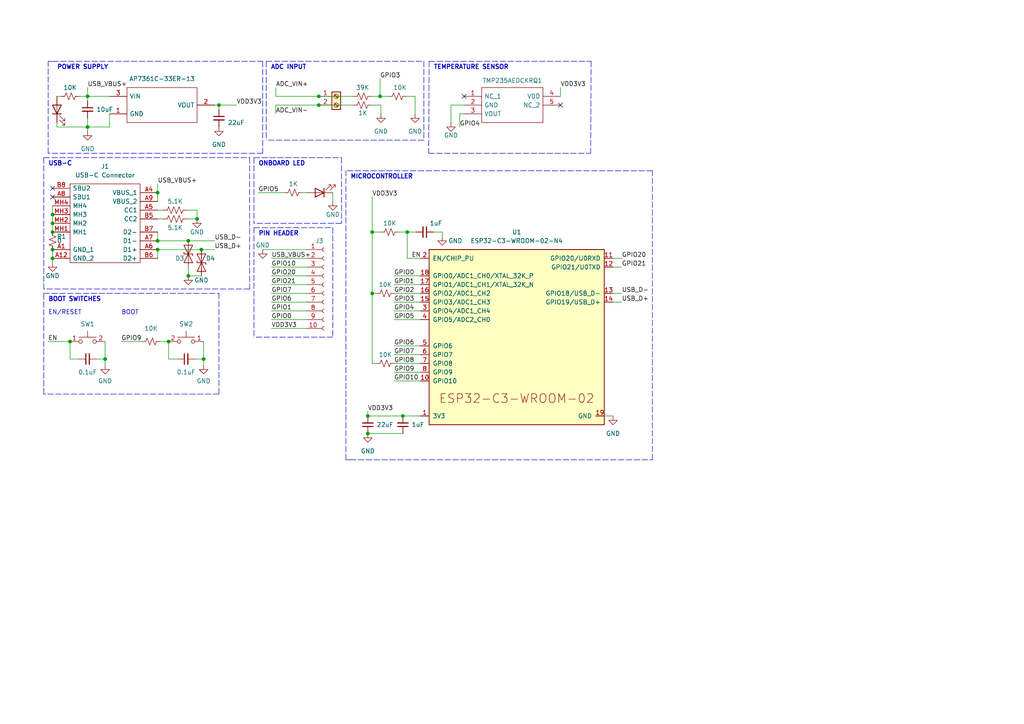
<source format=kicad_sch>
(kicad_sch (version 20211123) (generator eeschema)

  (uuid dcc6a695-57c8-46af-beb5-51ff9122ef78)

  (paper "A4")

  (lib_symbols
    (symbol "Connector:Conn_01x10_Female" (pin_names (offset 1.016) hide) (in_bom yes) (on_board yes)
      (property "Reference" "J" (id 0) (at 0 12.7 0)
        (effects (font (size 1.27 1.27)))
      )
      (property "Value" "Conn_01x10_Female" (id 1) (at 0 -15.24 0)
        (effects (font (size 1.27 1.27)))
      )
      (property "Footprint" "" (id 2) (at 0 0 0)
        (effects (font (size 1.27 1.27)) hide)
      )
      (property "Datasheet" "~" (id 3) (at 0 0 0)
        (effects (font (size 1.27 1.27)) hide)
      )
      (property "ki_keywords" "connector" (id 4) (at 0 0 0)
        (effects (font (size 1.27 1.27)) hide)
      )
      (property "ki_description" "Generic connector, single row, 01x10, script generated (kicad-library-utils/schlib/autogen/connector/)" (id 5) (at 0 0 0)
        (effects (font (size 1.27 1.27)) hide)
      )
      (property "ki_fp_filters" "Connector*:*_1x??_*" (id 6) (at 0 0 0)
        (effects (font (size 1.27 1.27)) hide)
      )
      (symbol "Conn_01x10_Female_1_1"
        (arc (start 0 -12.192) (mid -0.508 -12.7) (end 0 -13.208)
          (stroke (width 0.1524) (type default) (color 0 0 0 0))
          (fill (type none))
        )
        (arc (start 0 -9.652) (mid -0.508 -10.16) (end 0 -10.668)
          (stroke (width 0.1524) (type default) (color 0 0 0 0))
          (fill (type none))
        )
        (arc (start 0 -7.112) (mid -0.508 -7.62) (end 0 -8.128)
          (stroke (width 0.1524) (type default) (color 0 0 0 0))
          (fill (type none))
        )
        (arc (start 0 -4.572) (mid -0.508 -5.08) (end 0 -5.588)
          (stroke (width 0.1524) (type default) (color 0 0 0 0))
          (fill (type none))
        )
        (arc (start 0 -2.032) (mid -0.508 -2.54) (end 0 -3.048)
          (stroke (width 0.1524) (type default) (color 0 0 0 0))
          (fill (type none))
        )
        (polyline
          (pts
            (xy -1.27 -12.7)
            (xy -0.508 -12.7)
          )
          (stroke (width 0.1524) (type default) (color 0 0 0 0))
          (fill (type none))
        )
        (polyline
          (pts
            (xy -1.27 -10.16)
            (xy -0.508 -10.16)
          )
          (stroke (width 0.1524) (type default) (color 0 0 0 0))
          (fill (type none))
        )
        (polyline
          (pts
            (xy -1.27 -7.62)
            (xy -0.508 -7.62)
          )
          (stroke (width 0.1524) (type default) (color 0 0 0 0))
          (fill (type none))
        )
        (polyline
          (pts
            (xy -1.27 -5.08)
            (xy -0.508 -5.08)
          )
          (stroke (width 0.1524) (type default) (color 0 0 0 0))
          (fill (type none))
        )
        (polyline
          (pts
            (xy -1.27 -2.54)
            (xy -0.508 -2.54)
          )
          (stroke (width 0.1524) (type default) (color 0 0 0 0))
          (fill (type none))
        )
        (polyline
          (pts
            (xy -1.27 0)
            (xy -0.508 0)
          )
          (stroke (width 0.1524) (type default) (color 0 0 0 0))
          (fill (type none))
        )
        (polyline
          (pts
            (xy -1.27 2.54)
            (xy -0.508 2.54)
          )
          (stroke (width 0.1524) (type default) (color 0 0 0 0))
          (fill (type none))
        )
        (polyline
          (pts
            (xy -1.27 5.08)
            (xy -0.508 5.08)
          )
          (stroke (width 0.1524) (type default) (color 0 0 0 0))
          (fill (type none))
        )
        (polyline
          (pts
            (xy -1.27 7.62)
            (xy -0.508 7.62)
          )
          (stroke (width 0.1524) (type default) (color 0 0 0 0))
          (fill (type none))
        )
        (polyline
          (pts
            (xy -1.27 10.16)
            (xy -0.508 10.16)
          )
          (stroke (width 0.1524) (type default) (color 0 0 0 0))
          (fill (type none))
        )
        (arc (start 0 0.508) (mid -0.508 0) (end 0 -0.508)
          (stroke (width 0.1524) (type default) (color 0 0 0 0))
          (fill (type none))
        )
        (arc (start 0 3.048) (mid -0.508 2.54) (end 0 2.032)
          (stroke (width 0.1524) (type default) (color 0 0 0 0))
          (fill (type none))
        )
        (arc (start 0 5.588) (mid -0.508 5.08) (end 0 4.572)
          (stroke (width 0.1524) (type default) (color 0 0 0 0))
          (fill (type none))
        )
        (arc (start 0 8.128) (mid -0.508 7.62) (end 0 7.112)
          (stroke (width 0.1524) (type default) (color 0 0 0 0))
          (fill (type none))
        )
        (arc (start 0 10.668) (mid -0.508 10.16) (end 0 9.652)
          (stroke (width 0.1524) (type default) (color 0 0 0 0))
          (fill (type none))
        )
        (pin passive line (at -5.08 10.16 0) (length 3.81)
          (name "Pin_1" (effects (font (size 1.27 1.27))))
          (number "1" (effects (font (size 1.27 1.27))))
        )
        (pin passive line (at -5.08 -12.7 0) (length 3.81)
          (name "Pin_10" (effects (font (size 1.27 1.27))))
          (number "10" (effects (font (size 1.27 1.27))))
        )
        (pin passive line (at -5.08 7.62 0) (length 3.81)
          (name "Pin_2" (effects (font (size 1.27 1.27))))
          (number "2" (effects (font (size 1.27 1.27))))
        )
        (pin passive line (at -5.08 5.08 0) (length 3.81)
          (name "Pin_3" (effects (font (size 1.27 1.27))))
          (number "3" (effects (font (size 1.27 1.27))))
        )
        (pin passive line (at -5.08 2.54 0) (length 3.81)
          (name "Pin_4" (effects (font (size 1.27 1.27))))
          (number "4" (effects (font (size 1.27 1.27))))
        )
        (pin passive line (at -5.08 0 0) (length 3.81)
          (name "Pin_5" (effects (font (size 1.27 1.27))))
          (number "5" (effects (font (size 1.27 1.27))))
        )
        (pin passive line (at -5.08 -2.54 0) (length 3.81)
          (name "Pin_6" (effects (font (size 1.27 1.27))))
          (number "6" (effects (font (size 1.27 1.27))))
        )
        (pin passive line (at -5.08 -5.08 0) (length 3.81)
          (name "Pin_7" (effects (font (size 1.27 1.27))))
          (number "7" (effects (font (size 1.27 1.27))))
        )
        (pin passive line (at -5.08 -7.62 0) (length 3.81)
          (name "Pin_8" (effects (font (size 1.27 1.27))))
          (number "8" (effects (font (size 1.27 1.27))))
        )
        (pin passive line (at -5.08 -10.16 0) (length 3.81)
          (name "Pin_9" (effects (font (size 1.27 1.27))))
          (number "9" (effects (font (size 1.27 1.27))))
        )
      )
    )
    (symbol "Connector:Screw_Terminal_01x02" (pin_names (offset 1.016) hide) (in_bom yes) (on_board yes)
      (property "Reference" "J" (id 0) (at 0 2.54 0)
        (effects (font (size 1.27 1.27)))
      )
      (property "Value" "Screw_Terminal_01x02" (id 1) (at 0 -5.08 0)
        (effects (font (size 1.27 1.27)))
      )
      (property "Footprint" "" (id 2) (at 0 0 0)
        (effects (font (size 1.27 1.27)) hide)
      )
      (property "Datasheet" "~" (id 3) (at 0 0 0)
        (effects (font (size 1.27 1.27)) hide)
      )
      (property "ki_keywords" "screw terminal" (id 4) (at 0 0 0)
        (effects (font (size 1.27 1.27)) hide)
      )
      (property "ki_description" "Generic screw terminal, single row, 01x02, script generated (kicad-library-utils/schlib/autogen/connector/)" (id 5) (at 0 0 0)
        (effects (font (size 1.27 1.27)) hide)
      )
      (property "ki_fp_filters" "TerminalBlock*:*" (id 6) (at 0 0 0)
        (effects (font (size 1.27 1.27)) hide)
      )
      (symbol "Screw_Terminal_01x02_1_1"
        (rectangle (start -1.27 1.27) (end 1.27 -3.81)
          (stroke (width 0.254) (type default) (color 0 0 0 0))
          (fill (type background))
        )
        (circle (center 0 -2.54) (radius 0.635)
          (stroke (width 0.1524) (type default) (color 0 0 0 0))
          (fill (type none))
        )
        (polyline
          (pts
            (xy -0.5334 -2.2098)
            (xy 0.3302 -3.048)
          )
          (stroke (width 0.1524) (type default) (color 0 0 0 0))
          (fill (type none))
        )
        (polyline
          (pts
            (xy -0.5334 0.3302)
            (xy 0.3302 -0.508)
          )
          (stroke (width 0.1524) (type default) (color 0 0 0 0))
          (fill (type none))
        )
        (polyline
          (pts
            (xy -0.3556 -2.032)
            (xy 0.508 -2.8702)
          )
          (stroke (width 0.1524) (type default) (color 0 0 0 0))
          (fill (type none))
        )
        (polyline
          (pts
            (xy -0.3556 0.508)
            (xy 0.508 -0.3302)
          )
          (stroke (width 0.1524) (type default) (color 0 0 0 0))
          (fill (type none))
        )
        (circle (center 0 0) (radius 0.635)
          (stroke (width 0.1524) (type default) (color 0 0 0 0))
          (fill (type none))
        )
        (pin passive line (at -5.08 0 0) (length 3.81)
          (name "Pin_1" (effects (font (size 1.27 1.27))))
          (number "1" (effects (font (size 1.27 1.27))))
        )
        (pin passive line (at -5.08 -2.54 0) (length 3.81)
          (name "Pin_2" (effects (font (size 1.27 1.27))))
          (number "2" (effects (font (size 1.27 1.27))))
        )
      )
    )
    (symbol "Device:C_Small" (pin_numbers hide) (pin_names (offset 0.254) hide) (in_bom yes) (on_board yes)
      (property "Reference" "C" (id 0) (at 0.254 1.778 0)
        (effects (font (size 1.27 1.27)) (justify left))
      )
      (property "Value" "C_Small" (id 1) (at 0.254 -2.032 0)
        (effects (font (size 1.27 1.27)) (justify left))
      )
      (property "Footprint" "" (id 2) (at 0 0 0)
        (effects (font (size 1.27 1.27)) hide)
      )
      (property "Datasheet" "~" (id 3) (at 0 0 0)
        (effects (font (size 1.27 1.27)) hide)
      )
      (property "ki_keywords" "capacitor cap" (id 4) (at 0 0 0)
        (effects (font (size 1.27 1.27)) hide)
      )
      (property "ki_description" "Unpolarized capacitor, small symbol" (id 5) (at 0 0 0)
        (effects (font (size 1.27 1.27)) hide)
      )
      (property "ki_fp_filters" "C_*" (id 6) (at 0 0 0)
        (effects (font (size 1.27 1.27)) hide)
      )
      (symbol "C_Small_0_1"
        (polyline
          (pts
            (xy -1.524 -0.508)
            (xy 1.524 -0.508)
          )
          (stroke (width 0.3302) (type default) (color 0 0 0 0))
          (fill (type none))
        )
        (polyline
          (pts
            (xy -1.524 0.508)
            (xy 1.524 0.508)
          )
          (stroke (width 0.3048) (type default) (color 0 0 0 0))
          (fill (type none))
        )
      )
      (symbol "C_Small_1_1"
        (pin passive line (at 0 2.54 270) (length 2.032)
          (name "~" (effects (font (size 1.27 1.27))))
          (number "1" (effects (font (size 1.27 1.27))))
        )
        (pin passive line (at 0 -2.54 90) (length 2.032)
          (name "~" (effects (font (size 1.27 1.27))))
          (number "2" (effects (font (size 1.27 1.27))))
        )
      )
    )
    (symbol "Device:LED" (pin_numbers hide) (pin_names (offset 1.016) hide) (in_bom yes) (on_board yes)
      (property "Reference" "D" (id 0) (at 0 2.54 0)
        (effects (font (size 1.27 1.27)))
      )
      (property "Value" "LED" (id 1) (at 0 -2.54 0)
        (effects (font (size 1.27 1.27)))
      )
      (property "Footprint" "" (id 2) (at 0 0 0)
        (effects (font (size 1.27 1.27)) hide)
      )
      (property "Datasheet" "~" (id 3) (at 0 0 0)
        (effects (font (size 1.27 1.27)) hide)
      )
      (property "ki_keywords" "LED diode" (id 4) (at 0 0 0)
        (effects (font (size 1.27 1.27)) hide)
      )
      (property "ki_description" "Light emitting diode" (id 5) (at 0 0 0)
        (effects (font (size 1.27 1.27)) hide)
      )
      (property "ki_fp_filters" "LED* LED_SMD:* LED_THT:*" (id 6) (at 0 0 0)
        (effects (font (size 1.27 1.27)) hide)
      )
      (symbol "LED_0_1"
        (polyline
          (pts
            (xy -1.27 -1.27)
            (xy -1.27 1.27)
          )
          (stroke (width 0.254) (type default) (color 0 0 0 0))
          (fill (type none))
        )
        (polyline
          (pts
            (xy -1.27 0)
            (xy 1.27 0)
          )
          (stroke (width 0) (type default) (color 0 0 0 0))
          (fill (type none))
        )
        (polyline
          (pts
            (xy 1.27 -1.27)
            (xy 1.27 1.27)
            (xy -1.27 0)
            (xy 1.27 -1.27)
          )
          (stroke (width 0.254) (type default) (color 0 0 0 0))
          (fill (type none))
        )
        (polyline
          (pts
            (xy -3.048 -0.762)
            (xy -4.572 -2.286)
            (xy -3.81 -2.286)
            (xy -4.572 -2.286)
            (xy -4.572 -1.524)
          )
          (stroke (width 0) (type default) (color 0 0 0 0))
          (fill (type none))
        )
        (polyline
          (pts
            (xy -1.778 -0.762)
            (xy -3.302 -2.286)
            (xy -2.54 -2.286)
            (xy -3.302 -2.286)
            (xy -3.302 -1.524)
          )
          (stroke (width 0) (type default) (color 0 0 0 0))
          (fill (type none))
        )
      )
      (symbol "LED_1_1"
        (pin passive line (at -3.81 0 0) (length 2.54)
          (name "K" (effects (font (size 1.27 1.27))))
          (number "1" (effects (font (size 1.27 1.27))))
        )
        (pin passive line (at 3.81 0 180) (length 2.54)
          (name "A" (effects (font (size 1.27 1.27))))
          (number "2" (effects (font (size 1.27 1.27))))
        )
      )
    )
    (symbol "Device:R_Small_US" (pin_numbers hide) (pin_names (offset 0.254) hide) (in_bom yes) (on_board yes)
      (property "Reference" "R" (id 0) (at 0.762 0.508 0)
        (effects (font (size 1.27 1.27)) (justify left))
      )
      (property "Value" "R_Small_US" (id 1) (at 0.762 -1.016 0)
        (effects (font (size 1.27 1.27)) (justify left))
      )
      (property "Footprint" "" (id 2) (at 0 0 0)
        (effects (font (size 1.27 1.27)) hide)
      )
      (property "Datasheet" "~" (id 3) (at 0 0 0)
        (effects (font (size 1.27 1.27)) hide)
      )
      (property "ki_keywords" "r resistor" (id 4) (at 0 0 0)
        (effects (font (size 1.27 1.27)) hide)
      )
      (property "ki_description" "Resistor, small US symbol" (id 5) (at 0 0 0)
        (effects (font (size 1.27 1.27)) hide)
      )
      (property "ki_fp_filters" "R_*" (id 6) (at 0 0 0)
        (effects (font (size 1.27 1.27)) hide)
      )
      (symbol "R_Small_US_1_1"
        (polyline
          (pts
            (xy 0 0)
            (xy 1.016 -0.381)
            (xy 0 -0.762)
            (xy -1.016 -1.143)
            (xy 0 -1.524)
          )
          (stroke (width 0) (type default) (color 0 0 0 0))
          (fill (type none))
        )
        (polyline
          (pts
            (xy 0 1.524)
            (xy 1.016 1.143)
            (xy 0 0.762)
            (xy -1.016 0.381)
            (xy 0 0)
          )
          (stroke (width 0) (type default) (color 0 0 0 0))
          (fill (type none))
        )
        (pin passive line (at 0 2.54 270) (length 1.016)
          (name "~" (effects (font (size 1.27 1.27))))
          (number "1" (effects (font (size 1.27 1.27))))
        )
        (pin passive line (at 0 -2.54 90) (length 1.016)
          (name "~" (effects (font (size 1.27 1.27))))
          (number "2" (effects (font (size 1.27 1.27))))
        )
      )
    )
    (symbol "Device:R_US" (pin_numbers hide) (pin_names (offset 0)) (in_bom yes) (on_board yes)
      (property "Reference" "R" (id 0) (at 2.54 0 90)
        (effects (font (size 1.27 1.27)))
      )
      (property "Value" "R_US" (id 1) (at -2.54 0 90)
        (effects (font (size 1.27 1.27)))
      )
      (property "Footprint" "" (id 2) (at 1.016 -0.254 90)
        (effects (font (size 1.27 1.27)) hide)
      )
      (property "Datasheet" "~" (id 3) (at 0 0 0)
        (effects (font (size 1.27 1.27)) hide)
      )
      (property "ki_keywords" "R res resistor" (id 4) (at 0 0 0)
        (effects (font (size 1.27 1.27)) hide)
      )
      (property "ki_description" "Resistor, US symbol" (id 5) (at 0 0 0)
        (effects (font (size 1.27 1.27)) hide)
      )
      (property "ki_fp_filters" "R_*" (id 6) (at 0 0 0)
        (effects (font (size 1.27 1.27)) hide)
      )
      (symbol "R_US_0_1"
        (polyline
          (pts
            (xy 0 -2.286)
            (xy 0 -2.54)
          )
          (stroke (width 0) (type default) (color 0 0 0 0))
          (fill (type none))
        )
        (polyline
          (pts
            (xy 0 2.286)
            (xy 0 2.54)
          )
          (stroke (width 0) (type default) (color 0 0 0 0))
          (fill (type none))
        )
        (polyline
          (pts
            (xy 0 -0.762)
            (xy 1.016 -1.143)
            (xy 0 -1.524)
            (xy -1.016 -1.905)
            (xy 0 -2.286)
          )
          (stroke (width 0) (type default) (color 0 0 0 0))
          (fill (type none))
        )
        (polyline
          (pts
            (xy 0 0.762)
            (xy 1.016 0.381)
            (xy 0 0)
            (xy -1.016 -0.381)
            (xy 0 -0.762)
          )
          (stroke (width 0) (type default) (color 0 0 0 0))
          (fill (type none))
        )
        (polyline
          (pts
            (xy 0 2.286)
            (xy 1.016 1.905)
            (xy 0 1.524)
            (xy -1.016 1.143)
            (xy 0 0.762)
          )
          (stroke (width 0) (type default) (color 0 0 0 0))
          (fill (type none))
        )
      )
      (symbol "R_US_1_1"
        (pin passive line (at 0 3.81 270) (length 1.27)
          (name "~" (effects (font (size 1.27 1.27))))
          (number "1" (effects (font (size 1.27 1.27))))
        )
        (pin passive line (at 0 -3.81 90) (length 1.27)
          (name "~" (effects (font (size 1.27 1.27))))
          (number "2" (effects (font (size 1.27 1.27))))
        )
      )
    )
    (symbol "Diode:ESD9B5.0ST5G" (pin_numbers hide) (pin_names (offset 1.016) hide) (in_bom yes) (on_board yes)
      (property "Reference" "D" (id 0) (at 0 2.54 0)
        (effects (font (size 1.27 1.27)))
      )
      (property "Value" "ESD9B5.0ST5G" (id 1) (at 0 -2.54 0)
        (effects (font (size 1.27 1.27)))
      )
      (property "Footprint" "Diode_SMD:D_SOD-923" (id 2) (at 0 0 0)
        (effects (font (size 1.27 1.27)) hide)
      )
      (property "Datasheet" "https://www.onsemi.com/pub/Collateral/ESD9B-D.PDF" (id 3) (at 0 0 0)
        (effects (font (size 1.27 1.27)) hide)
      )
      (property "ki_keywords" "diode TVS ESD" (id 4) (at 0 0 0)
        (effects (font (size 1.27 1.27)) hide)
      )
      (property "ki_description" "ESD protection diode, 5.0Vrwm, SOD-923" (id 5) (at 0 0 0)
        (effects (font (size 1.27 1.27)) hide)
      )
      (property "ki_fp_filters" "D*SOD?923*" (id 6) (at 0 0 0)
        (effects (font (size 1.27 1.27)) hide)
      )
      (symbol "ESD9B5.0ST5G_0_1"
        (polyline
          (pts
            (xy 1.27 0)
            (xy -1.27 0)
          )
          (stroke (width 0) (type default) (color 0 0 0 0))
          (fill (type none))
        )
        (polyline
          (pts
            (xy -2.54 -1.27)
            (xy 0 0)
            (xy -2.54 1.27)
            (xy -2.54 -1.27)
          )
          (stroke (width 0.2032) (type default) (color 0 0 0 0))
          (fill (type none))
        )
        (polyline
          (pts
            (xy 0.508 1.27)
            (xy 0 1.27)
            (xy 0 -1.27)
            (xy -0.508 -1.27)
          )
          (stroke (width 0.2032) (type default) (color 0 0 0 0))
          (fill (type none))
        )
        (polyline
          (pts
            (xy 2.54 1.27)
            (xy 2.54 -1.27)
            (xy 0 0)
            (xy 2.54 1.27)
          )
          (stroke (width 0.2032) (type default) (color 0 0 0 0))
          (fill (type none))
        )
      )
      (symbol "ESD9B5.0ST5G_1_1"
        (pin passive line (at -3.81 0 0) (length 2.54)
          (name "A1" (effects (font (size 1.27 1.27))))
          (number "1" (effects (font (size 1.27 1.27))))
        )
        (pin passive line (at 3.81 0 180) (length 2.54)
          (name "A2" (effects (font (size 1.27 1.27))))
          (number "2" (effects (font (size 1.27 1.27))))
        )
      )
    )
    (symbol "Espressif:ESP32-C3-WROOM-02" (pin_names (offset 1.016)) (in_bom yes) (on_board yes)
      (property "Reference" "U" (id 0) (at -25.4 30.48 0)
        (effects (font (size 1.27 1.27)) (justify left))
      )
      (property "Value" "ESP32-C3-WROOM-02" (id 1) (at -25.4 27.94 0)
        (effects (font (size 1.27 1.27)) (justify left))
      )
      (property "Footprint" "Espressif:ESP32-C3-WROOM-02" (id 2) (at 0 -30.48 0)
        (effects (font (size 1.27 1.27)) hide)
      )
      (property "Datasheet" "https://www.espressif.com/sites/default/files/documentation/esp32-c3-wroom-02_datasheet_en.pdf" (id 3) (at 0 -27.94 0)
        (effects (font (size 1.27 1.27)) hide)
      )
      (property "ki_keywords" "esp32-c3 module" (id 4) (at 0 0 0)
        (effects (font (size 1.27 1.27)) hide)
      )
      (property "ki_description" "ESP32-C3-WROOM-02 is a general-purpose Wi-Fi and Bluetooth LE module. This module features a rich set of peripherals and high performance, which makes it an ideal choice for smart home, industrial automation, health care, consumer electronics, etc." (id 5) (at 0 0 0)
        (effects (font (size 1.27 1.27)) hide)
      )
      (symbol "ESP32-C3-WROOM-02_0_0"
        (text "ESP32-C3-WROOM-02" (at 0 -17.78 0)
          (effects (font (size 2.54 2.54)))
        )
      )
      (symbol "ESP32-C3-WROOM-02_0_1"
        (rectangle (start -25.4 25.4) (end 25.4 -25.4)
          (stroke (width 0.254) (type default) (color 0 0 0 0))
          (fill (type background))
        )
      )
      (symbol "ESP32-C3-WROOM-02_1_1"
        (pin power_in line (at -27.94 -22.86 0) (length 2.54)
          (name "3V3" (effects (font (size 1.27 1.27))))
          (number "1" (effects (font (size 1.27 1.27))))
        )
        (pin bidirectional line (at -27.94 -12.7 0) (length 2.54)
          (name "GPIO10" (effects (font (size 1.27 1.27))))
          (number "10" (effects (font (size 1.27 1.27))))
        )
        (pin bidirectional line (at 27.94 22.86 180) (length 2.54)
          (name "GPIO20/U0RXD" (effects (font (size 1.27 1.27))))
          (number "11" (effects (font (size 1.27 1.27))))
        )
        (pin bidirectional line (at 27.94 20.32 180) (length 2.54)
          (name "GPIO21/U0TXD" (effects (font (size 1.27 1.27))))
          (number "12" (effects (font (size 1.27 1.27))))
        )
        (pin bidirectional line (at 27.94 12.7 180) (length 2.54)
          (name "GPIO18/USB_D-" (effects (font (size 1.27 1.27))))
          (number "13" (effects (font (size 1.27 1.27))))
        )
        (pin bidirectional line (at 27.94 10.16 180) (length 2.54)
          (name "GPIO19/USB_D+" (effects (font (size 1.27 1.27))))
          (number "14" (effects (font (size 1.27 1.27))))
        )
        (pin bidirectional line (at -27.94 10.16 0) (length 2.54)
          (name "GPIO3/ADC1_CH3" (effects (font (size 1.27 1.27))))
          (number "15" (effects (font (size 1.27 1.27))))
        )
        (pin bidirectional line (at -27.94 12.7 0) (length 2.54)
          (name "GPIO2/ADC1_CH2" (effects (font (size 1.27 1.27))))
          (number "16" (effects (font (size 1.27 1.27))))
        )
        (pin bidirectional line (at -27.94 15.24 0) (length 2.54)
          (name "GPIO1/ADC1_CH1/XTAL_32K_N" (effects (font (size 1.27 1.27))))
          (number "17" (effects (font (size 1.27 1.27))))
        )
        (pin bidirectional line (at -27.94 17.78 0) (length 2.54)
          (name "GPIO0/ADC1_CH0/XTAL_32K_P" (effects (font (size 1.27 1.27))))
          (number "18" (effects (font (size 1.27 1.27))))
        )
        (pin passive line (at 25.4 -22.86 180) (length 2.54)
          (name "GND" (effects (font (size 1.27 1.27))))
          (number "19" (effects (font (size 1.27 1.27))))
        )
        (pin input line (at -27.94 22.86 0) (length 2.54)
          (name "EN/CHIP_PU" (effects (font (size 1.27 1.27))))
          (number "2" (effects (font (size 1.27 1.27))))
        )
        (pin bidirectional line (at -27.94 7.62 0) (length 2.54)
          (name "GPIO4/ADC1_CH4" (effects (font (size 1.27 1.27))))
          (number "3" (effects (font (size 1.27 1.27))))
        )
        (pin bidirectional line (at -27.94 5.08 0) (length 2.54)
          (name "GPIO5/ADC2_CH0" (effects (font (size 1.27 1.27))))
          (number "4" (effects (font (size 1.27 1.27))))
        )
        (pin bidirectional line (at -27.94 -2.54 0) (length 2.54)
          (name "GPIO6" (effects (font (size 1.27 1.27))))
          (number "5" (effects (font (size 1.27 1.27))))
        )
        (pin bidirectional line (at -27.94 -5.08 0) (length 2.54)
          (name "GPIO7" (effects (font (size 1.27 1.27))))
          (number "6" (effects (font (size 1.27 1.27))))
        )
        (pin bidirectional line (at -27.94 -7.62 0) (length 2.54)
          (name "GPIO8" (effects (font (size 1.27 1.27))))
          (number "7" (effects (font (size 1.27 1.27))))
        )
        (pin bidirectional line (at -27.94 -10.16 0) (length 2.54)
          (name "GPIO9" (effects (font (size 1.27 1.27))))
          (number "8" (effects (font (size 1.27 1.27))))
        )
        (pin power_in line (at 25.4 -22.86 180) (length 2.54) hide
          (name "GND" (effects (font (size 1.27 1.27))))
          (number "9" (effects (font (size 1.27 1.27))))
        )
      )
    )
    (symbol "SW_Push_1" (pin_names (offset 1.016) hide) (in_bom yes) (on_board yes)
      (property "Reference" "SW1" (id 0) (at 0 5.08 0)
        (effects (font (size 1.27 1.27)))
      )
      (property "Value" "SW_Push" (id 1) (at 0 5.08 0)
        (effects (font (size 1.27 1.27)) hide)
      )
      (property "Footprint" "Button_Switch_SMD:SW_SPST_TL3305A" (id 2) (at 0 5.08 0)
        (effects (font (size 1.27 1.27)) hide)
      )
      (property "Datasheet" "~" (id 3) (at 0 5.08 0)
        (effects (font (size 1.27 1.27)) hide)
      )
      (property "Mouser" "612-TL3305AF260QG" (id 4) (at 0 -1.27 0)
        (effects (font (size 1.27 1.27)) hide)
      )
      (property "ki_keywords" "switch normally-open pushbutton push-button" (id 5) (at 0 0 0)
        (effects (font (size 1.27 1.27)) hide)
      )
      (property "ki_description" "Push button switch, generic, two pins" (id 6) (at 0 0 0)
        (effects (font (size 1.27 1.27)) hide)
      )
      (symbol "SW_Push_1_0_1"
        (circle (center -2.032 0) (radius 0.508)
          (stroke (width 0) (type default) (color 0 0 0 0))
          (fill (type none))
        )
        (polyline
          (pts
            (xy 0 1.27)
            (xy 0 3.048)
          )
          (stroke (width 0) (type default) (color 0 0 0 0))
          (fill (type none))
        )
        (polyline
          (pts
            (xy 2.54 1.27)
            (xy -2.54 1.27)
          )
          (stroke (width 0) (type default) (color 0 0 0 0))
          (fill (type none))
        )
        (circle (center 2.032 0) (radius 0.508)
          (stroke (width 0) (type default) (color 0 0 0 0))
          (fill (type none))
        )
        (pin passive line (at -5.08 0 0) (length 2.54)
          (name "1" (effects (font (size 1.27 1.27))))
          (number "1" (effects (font (size 1.27 1.27))))
        )
        (pin passive line (at 5.08 0 180) (length 2.54)
          (name "2" (effects (font (size 1.27 1.27))))
          (number "2" (effects (font (size 1.27 1.27))))
        )
      )
    )
    (symbol "SamacSys_Parts:2169900002" (pin_names (offset 0.762)) (in_bom yes) (on_board yes)
      (property "Reference" "J1" (id 0) (at 15.24 7.62 0)
        (effects (font (size 1.27 1.27)))
      )
      (property "Value" "USB-C Connector" (id 1) (at 15.24 5.08 0)
        (effects (font (size 1.27 1.27)))
      )
      (property "Footprint" "2169900002" (id 2) (at 26.67 2.54 0)
        (effects (font (size 1.27 1.27)) (justify left) hide)
      )
      (property "Datasheet" "https://www.molex.com/pdm_docs/sd/2169900002_sd.pdf" (id 3) (at 26.67 0 0)
        (effects (font (size 1.27 1.27)) (justify left) hide)
      )
      (property "Description" "Universal Serial Bus (USB) Shielded I/O Receptacle, Type C, Right-Angle, Surface Mount, Mid-Mount, Center Height 0.78mm, Single Row, 16 Circuits, Gold (Au) Plating" (id 4) (at 26.67 -2.54 0)
        (effects (font (size 1.27 1.27)) (justify left) hide)
      )
      (property "Height" "3.36" (id 5) (at 26.67 -5.08 0)
        (effects (font (size 1.27 1.27)) (justify left) hide)
      )
      (property "Manufacturer_Name" "Molex" (id 6) (at 26.67 -11.43 0)
        (effects (font (size 1.27 1.27)) (justify left) hide)
      )
      (property "Manufacturer_Part_Number" "2169900002" (id 7) (at 26.67 -10.16 0)
        (effects (font (size 1.27 1.27)) (justify left) hide)
      )
      (property "Mouser Part Number" "" (id 8) (at 3.81 -8.89 0)
        (effects (font (size 1.27 1.27)) (justify left) hide)
      )
      (property "Mouser Price/Stock" "" (id 9) (at 3.81 -6.35 0)
        (effects (font (size 1.27 1.27)) (justify left) hide)
      )
      (property "Arrow Part Number" "2169900002" (id 10) (at 26.67 -17.78 0)
        (effects (font (size 1.27 1.27)) (justify left) hide)
      )
      (property "Arrow Price/Stock" "https://www.arrow.com/en/products/2169900002/molex?region=europe" (id 11) (at 26.67 -20.32 0)
        (effects (font (size 1.27 1.27)) (justify left) hide)
      )
      (property "ki_description" "Universal Serial Bus (USB) Shielded I/O Receptacle, Type C, Right-Angle, Surface Mount, Mid-Mount, Center Height 0.78mm, Single Row, 16 Circuits, Gold (Au) Plating" (id 12) (at 0 0 0)
        (effects (font (size 1.27 1.27)) hide)
      )
      (symbol "2169900002_0_0"
        (pin passive line (at 0 -16.51 0) (length 5.08)
          (name "GND_1" (effects (font (size 1.27 1.27))))
          (number "A1" (effects (font (size 1.27 1.27))))
        )
        (pin passive line (at 0 -19.05 0) (length 5.08)
          (name "GND_2" (effects (font (size 1.27 1.27))))
          (number "A12" (effects (font (size 1.27 1.27))))
        )
        (pin passive line (at 30.48 0 180) (length 5.08)
          (name "VBUS_1" (effects (font (size 1.27 1.27))))
          (number "A4" (effects (font (size 1.27 1.27))))
        )
        (pin passive line (at 30.48 -5.08 180) (length 5.08)
          (name "CC1" (effects (font (size 1.27 1.27))))
          (number "A5" (effects (font (size 1.27 1.27))))
        )
        (pin passive line (at 30.48 -16.51 180) (length 5.08)
          (name "D1+" (effects (font (size 1.27 1.27))))
          (number "A6" (effects (font (size 1.27 1.27))))
        )
        (pin passive line (at 30.48 -13.97 180) (length 5.08)
          (name "D1-" (effects (font (size 1.27 1.27))))
          (number "A7" (effects (font (size 1.27 1.27))))
        )
        (pin passive line (at 0 -1.27 0) (length 5.08)
          (name "SBU1" (effects (font (size 1.27 1.27))))
          (number "A8" (effects (font (size 1.27 1.27))))
        )
        (pin passive line (at 30.48 -2.54 180) (length 5.08)
          (name "VBUS_2" (effects (font (size 1.27 1.27))))
          (number "A9" (effects (font (size 1.27 1.27))))
        )
        (pin passive line (at 30.48 -7.62 180) (length 5.08)
          (name "CC2" (effects (font (size 1.27 1.27))))
          (number "B5" (effects (font (size 1.27 1.27))))
        )
        (pin passive line (at 30.48 -19.05 180) (length 5.08)
          (name "D2+" (effects (font (size 1.27 1.27))))
          (number "B6" (effects (font (size 1.27 1.27))))
        )
        (pin passive line (at 30.48 -11.43 180) (length 5.08)
          (name "D2-" (effects (font (size 1.27 1.27))))
          (number "B7" (effects (font (size 1.27 1.27))))
        )
        (pin passive line (at 0 1.27 0) (length 5.08)
          (name "SBU2" (effects (font (size 1.27 1.27))))
          (number "B8" (effects (font (size 1.27 1.27))))
        )
        (pin passive line (at 0 -11.43 0) (length 5.08)
          (name "MH1" (effects (font (size 1.27 1.27))))
          (number "MH1" (effects (font (size 1.27 1.27))))
        )
        (pin passive line (at 0 -8.89 0) (length 5.08)
          (name "MH2" (effects (font (size 1.27 1.27))))
          (number "MH2" (effects (font (size 1.27 1.27))))
        )
        (pin passive line (at 0 -6.35 0) (length 5.08)
          (name "MH3" (effects (font (size 1.27 1.27))))
          (number "MH3" (effects (font (size 1.27 1.27))))
        )
        (pin passive line (at 0 -3.81 0) (length 5.08)
          (name "MH4" (effects (font (size 1.27 1.27))))
          (number "MH4" (effects (font (size 1.27 1.27))))
        )
      )
      (symbol "2169900002_0_1"
        (polyline
          (pts
            (xy 5.08 2.54)
            (xy 25.4 2.54)
            (xy 25.4 -20.32)
            (xy 5.08 -20.32)
            (xy 5.08 2.54)
          )
          (stroke (width 0.1524) (type default) (color 0 0 0 0))
          (fill (type none))
        )
      )
    )
    (symbol "SamacSys_Parts:AP7361C-33ER-13" (pin_names (offset 0.762)) (in_bom yes) (on_board yes)
      (property "Reference" "IC1" (id 0) (at 15.24 7.62 0)
        (effects (font (size 1.27 1.27)) hide)
      )
      (property "Value" "AP7361C-33ER-13" (id 1) (at 15.24 5.08 0)
        (effects (font (size 1.27 1.27)))
      )
      (property "Footprint" "SOT230P700X180-4N" (id 2) (at 26.67 2.54 0)
        (effects (font (size 1.27 1.27)) (justify left) hide)
      )
      (property "Datasheet" "https://componentsearchengine.com/Datasheets/1/AP7361C-33ER-13.pdf" (id 3) (at 26.67 0 0)
        (effects (font (size 1.27 1.27)) (justify left) hide)
      )
      (property "Description" "1A LOW DROPOUT ADJUSTABLE AND FIXED-MODE REGULATOR WITH ENABLE" (id 4) (at 26.67 -2.54 0)
        (effects (font (size 1.27 1.27)) (justify left) hide)
      )
      (property "Height" "1.8" (id 5) (at 26.67 -5.08 0)
        (effects (font (size 1.27 1.27)) (justify left) hide)
      )
      (property "Manufacturer_Name" "Diodes Inc." (id 6) (at 26.67 -7.62 0)
        (effects (font (size 1.27 1.27)) (justify left) hide)
      )
      (property "Manufacturer_Part_Number" "AP7361C-33ER-13" (id 7) (at 26.67 -10.16 0)
        (effects (font (size 1.27 1.27)) (justify left) hide)
      )
      (property "Mouser Part Number" "621-AP7361C-33ER-13" (id 8) (at 26.67 -12.7 0)
        (effects (font (size 1.27 1.27)) (justify left) hide)
      )
      (property "Mouser Price/Stock" "https://www.mouser.co.uk/ProductDetail/Diodes-Incorporated/AP7361C-33ER-13?qs=60RJRzIpcl8A1pMqYmc7oA%3D%3D" (id 9) (at 26.67 -15.24 0)
        (effects (font (size 1.27 1.27)) (justify left) hide)
      )
      (property "Arrow Part Number" "AP7361C-33ER-13" (id 10) (at 26.67 -17.78 0)
        (effects (font (size 1.27 1.27)) (justify left) hide)
      )
      (property "Arrow Price/Stock" "https://www.arrow.com/en/products/ap7361c-33er-13/diodes-incorporated" (id 11) (at 26.67 -20.32 0)
        (effects (font (size 1.27 1.27)) (justify left) hide)
      )
      (property "ki_description" "1A LOW DROPOUT ADJUSTABLE AND FIXED-MODE REGULATOR WITH ENABLE" (id 12) (at 0 0 0)
        (effects (font (size 1.27 1.27)) hide)
      )
      (symbol "AP7361C-33ER-13_0_0"
        (pin passive line (at 0 -5.08 0) (length 5.08)
          (name "GND" (effects (font (size 1.27 1.27))))
          (number "1" (effects (font (size 1.27 1.27))))
        )
        (pin passive line (at 30.48 -2.54 180) (length 5.08)
          (name "VOUT" (effects (font (size 1.27 1.27))))
          (number "2" (effects (font (size 1.27 1.27))))
        )
        (pin passive line (at 0 0 0) (length 5.08)
          (name "VIN" (effects (font (size 1.27 1.27))))
          (number "3" (effects (font (size 1.27 1.27))))
        )
        (pin no_connect line (at 16.51 -12.7 90) (length 5.08) hide
          (name "NC" (effects (font (size 1.27 1.27))))
          (number "4" (effects (font (size 1.27 1.27))))
        )
      )
      (symbol "AP7361C-33ER-13_0_1"
        (polyline
          (pts
            (xy 5.08 2.54)
            (xy 25.4 2.54)
            (xy 25.4 -7.62)
            (xy 5.08 -7.62)
            (xy 5.08 2.54)
          )
          (stroke (width 0.1524) (type default) (color 0 0 0 0))
          (fill (type none))
        )
      )
    )
    (symbol "SamacSys_Parts:TMP235AEDCKRQ1" (pin_names (offset 0.762)) (in_bom yes) (on_board yes)
      (property "Reference" "IC" (id 0) (at 24.13 7.62 0)
        (effects (font (size 1.27 1.27)) (justify left))
      )
      (property "Value" "TMP235AEDCKRQ1" (id 1) (at 24.13 5.08 0)
        (effects (font (size 1.27 1.27)) (justify left))
      )
      (property "Footprint" "SOT65P210X110-5N" (id 2) (at 24.13 2.54 0)
        (effects (font (size 1.27 1.27)) (justify left) hide)
      )
      (property "Datasheet" "https://www.ti.com/lit/gpn/TMP235-Q1" (id 3) (at 24.13 0 0)
        (effects (font (size 1.27 1.27)) (justify left) hide)
      )
      (property "Description" "Board Mount Temperature Sensors Automotive grade, +/-0.5C analog output temperature sensor with 10 mV/C gain 5-SC70 -40 to 150" (id 4) (at 24.13 -2.54 0)
        (effects (font (size 1.27 1.27)) (justify left) hide)
      )
      (property "Height" "1.1" (id 5) (at 24.13 -5.08 0)
        (effects (font (size 1.27 1.27)) (justify left) hide)
      )
      (property "Manufacturer_Name" "Texas Instruments" (id 6) (at 24.13 -7.62 0)
        (effects (font (size 1.27 1.27)) (justify left) hide)
      )
      (property "Manufacturer_Part_Number" "TMP235AEDCKRQ1" (id 7) (at 24.13 -10.16 0)
        (effects (font (size 1.27 1.27)) (justify left) hide)
      )
      (property "Mouser Part Number" "595-TMP235AEDCKRQ1" (id 8) (at 24.13 -12.7 0)
        (effects (font (size 1.27 1.27)) (justify left) hide)
      )
      (property "Mouser Price/Stock" "https://www.mouser.co.uk/ProductDetail/Texas-Instruments/TMP235AEDCKRQ1?qs=T3oQrply3y86j8c6PmMwyA%3D%3D" (id 9) (at 24.13 -15.24 0)
        (effects (font (size 1.27 1.27)) (justify left) hide)
      )
      (property "Arrow Part Number" "TMP235AEDCKRQ1" (id 10) (at 24.13 -17.78 0)
        (effects (font (size 1.27 1.27)) (justify left) hide)
      )
      (property "Arrow Price/Stock" "https://www.arrow.com/en/products/tmp235aedckrq1/texas-instruments?region=nac" (id 11) (at 24.13 -20.32 0)
        (effects (font (size 1.27 1.27)) (justify left) hide)
      )
      (property "ki_description" "Board Mount Temperature Sensors Automotive grade, +/-0.5C analog output temperature sensor with 10 mV/C gain 5-SC70 -40 to 150" (id 12) (at 0 0 0)
        (effects (font (size 1.27 1.27)) hide)
      )
      (symbol "TMP235AEDCKRQ1_0_0"
        (pin passive line (at 0 0 0) (length 5.08)
          (name "NC_1" (effects (font (size 1.27 1.27))))
          (number "1" (effects (font (size 1.27 1.27))))
        )
        (pin passive line (at 0 -2.54 0) (length 5.08)
          (name "GND" (effects (font (size 1.27 1.27))))
          (number "2" (effects (font (size 1.27 1.27))))
        )
        (pin passive line (at 0 -5.08 0) (length 5.08)
          (name "VOUT" (effects (font (size 1.27 1.27))))
          (number "3" (effects (font (size 1.27 1.27))))
        )
        (pin passive line (at 27.94 0 180) (length 5.08)
          (name "VDD" (effects (font (size 1.27 1.27))))
          (number "4" (effects (font (size 1.27 1.27))))
        )
        (pin passive line (at 27.94 -2.54 180) (length 5.08)
          (name "NC_2" (effects (font (size 1.27 1.27))))
          (number "5" (effects (font (size 1.27 1.27))))
        )
      )
      (symbol "TMP235AEDCKRQ1_0_1"
        (polyline
          (pts
            (xy 5.08 2.54)
            (xy 22.86 2.54)
            (xy 22.86 -7.62)
            (xy 5.08 -7.62)
            (xy 5.08 2.54)
          )
          (stroke (width 0.1524) (type default) (color 0 0 0 0))
          (fill (type none))
        )
      )
    )
    (symbol "Switch:SW_Push" (pin_names (offset 1.016) hide) (in_bom yes) (on_board yes)
      (property "Reference" "SW2" (id 0) (at 0 5.08 0)
        (effects (font (size 1.27 1.27)))
      )
      (property "Value" "SW_Push" (id 1) (at 0 5.08 0)
        (effects (font (size 1.27 1.27)) hide)
      )
      (property "Footprint" "Button_Switch_SMD:SW_SPST_TL3305A" (id 2) (at 0 5.08 0)
        (effects (font (size 1.27 1.27)) hide)
      )
      (property "Datasheet" "~" (id 3) (at 0 5.08 0)
        (effects (font (size 1.27 1.27)) hide)
      )
      (property "Mouser" "612-TL3305AF260QG" (id 4) (at 0 0 0)
        (effects (font (size 1.27 1.27)) hide)
      )
      (property "ki_keywords" "switch normally-open pushbutton push-button" (id 5) (at 0 0 0)
        (effects (font (size 1.27 1.27)) hide)
      )
      (property "ki_description" "Push button switch, generic, two pins" (id 6) (at 0 0 0)
        (effects (font (size 1.27 1.27)) hide)
      )
      (symbol "SW_Push_0_1"
        (circle (center -2.032 0) (radius 0.508)
          (stroke (width 0) (type default) (color 0 0 0 0))
          (fill (type none))
        )
        (polyline
          (pts
            (xy 0 1.27)
            (xy 0 3.048)
          )
          (stroke (width 0) (type default) (color 0 0 0 0))
          (fill (type none))
        )
        (polyline
          (pts
            (xy 2.54 1.27)
            (xy -2.54 1.27)
          )
          (stroke (width 0) (type default) (color 0 0 0 0))
          (fill (type none))
        )
        (circle (center 2.032 0) (radius 0.508)
          (stroke (width 0) (type default) (color 0 0 0 0))
          (fill (type none))
        )
        (pin passive line (at 5.08 0 180) (length 2.54)
          (name "1" (effects (font (size 1.27 1.27))))
          (number "1" (effects (font (size 1.27 1.27))))
        )
        (pin passive line (at -5.08 0 0) (length 2.54)
          (name "2" (effects (font (size 1.27 1.27))))
          (number "2" (effects (font (size 1.27 1.27))))
        )
      )
    )
    (symbol "power:GND" (power) (pin_names (offset 0)) (in_bom yes) (on_board yes)
      (property "Reference" "#PWR" (id 0) (at 0 -6.35 0)
        (effects (font (size 1.27 1.27)) hide)
      )
      (property "Value" "GND" (id 1) (at 0 -3.81 0)
        (effects (font (size 1.27 1.27)))
      )
      (property "Footprint" "" (id 2) (at 0 0 0)
        (effects (font (size 1.27 1.27)) hide)
      )
      (property "Datasheet" "" (id 3) (at 0 0 0)
        (effects (font (size 1.27 1.27)) hide)
      )
      (property "ki_keywords" "global power" (id 4) (at 0 0 0)
        (effects (font (size 1.27 1.27)) hide)
      )
      (property "ki_description" "Power symbol creates a global label with name \"GND\" , ground" (id 5) (at 0 0 0)
        (effects (font (size 1.27 1.27)) hide)
      )
      (symbol "GND_0_1"
        (polyline
          (pts
            (xy 0 0)
            (xy 0 -1.27)
            (xy 1.27 -1.27)
            (xy 0 -2.54)
            (xy -1.27 -1.27)
            (xy 0 -1.27)
          )
          (stroke (width 0) (type default) (color 0 0 0 0))
          (fill (type none))
        )
      )
      (symbol "GND_1_1"
        (pin power_in line (at 0 0 270) (length 0) hide
          (name "GND" (effects (font (size 1.27 1.27))))
          (number "1" (effects (font (size 1.27 1.27))))
        )
      )
    )
  )

  (junction (at 48.895 99.06) (diameter 0) (color 0 0 0 0)
    (uuid 0f091c76-98d2-4bfb-9dc4-6b3374e6ae2d)
  )
  (junction (at 106.68 125.73) (diameter 0) (color 0 0 0 0)
    (uuid 0f3d977c-73fd-465f-8bed-c95ec770b2f1)
  )
  (junction (at 25.4 36.83) (diameter 0) (color 0 0 0 0)
    (uuid 25ff784a-0f67-424d-981e-781db9b00a78)
  )
  (junction (at 107.95 85.09) (diameter 0) (color 0 0 0 0)
    (uuid 2da7634e-ec87-4756-b251-a39b769392dd)
  )
  (junction (at 106.68 120.65) (diameter 0) (color 0 0 0 0)
    (uuid 3bae1cfc-2928-4862-acde-265eefee10b1)
  )
  (junction (at 54.61 69.85) (diameter 0) (color 0 0 0 0)
    (uuid 3f99629c-a2e0-4666-9df3-0bf479d7f878)
  )
  (junction (at 15.24 74.93) (diameter 0) (color 0 0 0 0)
    (uuid 477bd097-8b9f-4f2f-bef3-f7422a0db96a)
  )
  (junction (at 57.15 63.5) (diameter 0) (color 0 0 0 0)
    (uuid 49567978-2225-4c8b-abe7-6c61a1fd8cae)
  )
  (junction (at 110.236 27.94) (diameter 0) (color 0 0 0 0)
    (uuid 49770d35-8ab2-4a5a-a3cf-462ea55980a9)
  )
  (junction (at 92.456 30.48) (diameter 0) (color 0 0 0 0)
    (uuid 61db4c68-98d6-402f-b82e-87d3fba016a6)
  )
  (junction (at 45.72 69.85) (diameter 0) (color 0 0 0 0)
    (uuid 62807ed2-2fe8-4ee1-962e-1de2dfa2bc84)
  )
  (junction (at 15.24 67.31) (diameter 0) (color 0 0 0 0)
    (uuid 701d6675-4970-4409-9dc9-dd7825c7ae37)
  )
  (junction (at 58.42 72.39) (diameter 0) (color 0 0 0 0)
    (uuid 7408e8ff-bb60-447b-abdf-1b72c7332d9e)
  )
  (junction (at 107.95 67.31) (diameter 0) (color 0 0 0 0)
    (uuid 79c34bb3-27d4-4233-9577-dbfaeb3bbc43)
  )
  (junction (at 118.11 67.31) (diameter 0) (color 0 0 0 0)
    (uuid 961cfa13-8af7-486c-a37f-4c0f5c6cf326)
  )
  (junction (at 30.48 104.14) (diameter 0) (color 0 0 0 0)
    (uuid 9a7393c8-d861-4fd5-8266-2f1ed2fb7627)
  )
  (junction (at 92.456 27.94) (diameter 0) (color 0 0 0 0)
    (uuid a1d9e5b8-5c00-4232-ab92-a433c6a20b4d)
  )
  (junction (at 20.32 99.06) (diameter 0) (color 0 0 0 0)
    (uuid a7bdb862-7a8a-4514-85be-097da7f0a80b)
  )
  (junction (at 15.24 72.39) (diameter 0) (color 0 0 0 0)
    (uuid acfd881e-8db6-4446-b50c-e628060d45eb)
  )
  (junction (at 45.72 55.88) (diameter 0) (color 0 0 0 0)
    (uuid c9227387-edf4-4a83-bb7f-ecfa1c408760)
  )
  (junction (at 25.4 27.94) (diameter 0) (color 0 0 0 0)
    (uuid d6a19bff-28eb-4d13-ba76-1a659e150f74)
  )
  (junction (at 15.24 62.23) (diameter 0) (color 0 0 0 0)
    (uuid dfd3e350-947a-49e9-84cd-d74112315214)
  )
  (junction (at 54.61 80.01) (diameter 0) (color 0 0 0 0)
    (uuid e48d92b7-86da-4d0b-a74b-5a5e1428fcf4)
  )
  (junction (at 116.84 120.65) (diameter 0) (color 0 0 0 0)
    (uuid ebd39e49-9c70-4ee1-9f70-38aa4ae1819a)
  )
  (junction (at 59.055 104.14) (diameter 0) (color 0 0 0 0)
    (uuid ef4b4f72-da19-49f8-95e4-4ae8b49a1424)
  )
  (junction (at 63.5 30.48) (diameter 0) (color 0 0 0 0)
    (uuid f1699503-42d1-460c-be5f-d8136d6ff861)
  )
  (junction (at 45.72 72.39) (diameter 0) (color 0 0 0 0)
    (uuid fa800319-1d07-49e4-abab-99ec10405910)
  )
  (junction (at 15.24 64.77) (diameter 0) (color 0 0 0 0)
    (uuid fae4fc60-b9be-4123-9cd4-d4c6a7a09b11)
  )

  (no_connect (at 134.62 27.94) (uuid 1bf86850-77c9-49cc-ab98-9f15f6f458c5))
  (no_connect (at 162.56 30.48) (uuid 4f7ab834-bc75-4b7d-bade-cf88d9cb3551))
  (no_connect (at 15.24 54.61) (uuid a4a8723a-552b-43ac-87b4-c4afb3f31df2))
  (no_connect (at 15.24 57.15) (uuid bafbb299-fb28-430d-ab7c-1ebd8b6dfd1c))

  (polyline (pts (xy 99.06 45.72) (xy 99.06 64.77))
    (stroke (width 0) (type default) (color 0 0 0 0))
    (uuid 055ad07b-825a-49b7-a5a1-d184b6d073c2)
  )

  (wire (pts (xy 62.23 30.48) (xy 63.5 30.48))
    (stroke (width 0) (type default) (color 0 0 0 0))
    (uuid 0909466b-c5df-48fa-a4ef-81b3c0d7b5ee)
  )
  (polyline (pts (xy 63.5 85.09) (xy 63.5 114.3))
    (stroke (width 0) (type default) (color 0 0 0 0))
    (uuid 09b4c9ae-e904-4bcb-ae72-54759d36ffc7)
  )

  (wire (pts (xy 175.26 120.65) (xy 177.8 120.65))
    (stroke (width 0) (type default) (color 0 0 0 0))
    (uuid 09c0a47e-d2dc-400c-99d2-121e4e8180ba)
  )
  (wire (pts (xy 78.74 87.63) (xy 88.9 87.63))
    (stroke (width 0) (type default) (color 0 0 0 0))
    (uuid 0addded2-8a08-486f-b60e-bae6d444af70)
  )
  (wire (pts (xy 114.3 105.41) (xy 121.92 105.41))
    (stroke (width 0) (type default) (color 0 0 0 0))
    (uuid 0b0aae87-01b8-48a1-95b2-7608952891ce)
  )
  (polyline (pts (xy 171.45 17.78) (xy 171.323 44.45))
    (stroke (width 0) (type default) (color 0 0 0 0))
    (uuid 0b6e810f-e2b1-4f2b-bd40-6449838168a2)
  )

  (wire (pts (xy 20.32 99.06) (xy 20.32 104.14))
    (stroke (width 0) (type default) (color 0 0 0 0))
    (uuid 0c302c7b-19a5-4011-b343-e4f9c4fb01c5)
  )
  (wire (pts (xy 92.456 30.48) (xy 80.01 30.48))
    (stroke (width 0) (type default) (color 0 0 0 0))
    (uuid 0c88cd2c-aa19-4ab9-97e9-ad823876a5da)
  )
  (polyline (pts (xy 13.97 44.45) (xy 13.97 17.78))
    (stroke (width 0) (type default) (color 0 0 0 0))
    (uuid 1095c548-7bb1-41f0-a85b-cf1cdacec5ab)
  )
  (polyline (pts (xy 189.23 133.35) (xy 189.23 49.53))
    (stroke (width 0) (type default) (color 0 0 0 0))
    (uuid 1219a92e-4275-406e-91eb-24f27f734590)
  )

  (wire (pts (xy 16.51 36.83) (xy 25.4 36.83))
    (stroke (width 0) (type default) (color 0 0 0 0))
    (uuid 129f1aad-6dfa-4f60-99c3-056df489ef3c)
  )
  (wire (pts (xy 78.74 85.09) (xy 88.9 85.09))
    (stroke (width 0) (type default) (color 0 0 0 0))
    (uuid 13a31633-1000-4acb-96bf-0e7c050aec69)
  )
  (wire (pts (xy 96.52 55.88) (xy 96.52 58.42))
    (stroke (width 0) (type default) (color 0 0 0 0))
    (uuid 15dd725f-4078-4c8c-921e-36b6a5926cb6)
  )
  (wire (pts (xy 110.49 33.02) (xy 110.49 30.48))
    (stroke (width 0) (type default) (color 0 0 0 0))
    (uuid 1735a3e7-9507-4a0a-a374-6de94ec8449b)
  )
  (wire (pts (xy 59.055 104.14) (xy 56.515 104.14))
    (stroke (width 0) (type default) (color 0 0 0 0))
    (uuid 175eb98c-97c3-45c7-87a1-e213c9e01ff7)
  )
  (wire (pts (xy 15.24 74.93) (xy 15.24 76.2))
    (stroke (width 0) (type default) (color 0 0 0 0))
    (uuid 19e1cf2d-bbc8-4d15-9592-064234ed46df)
  )
  (polyline (pts (xy 73.66 45.72) (xy 73.66 64.77))
    (stroke (width 0) (type default) (color 0 0 0 0))
    (uuid 1c162c0b-15e9-4845-b6ca-d8e97e663d3d)
  )

  (wire (pts (xy 54.61 69.85) (xy 62.23 69.85))
    (stroke (width 0) (type default) (color 0 0 0 0))
    (uuid 1c817e08-2263-4d2c-81de-5f3c6634a71f)
  )
  (wire (pts (xy 46.355 99.06) (xy 48.895 99.06))
    (stroke (width 0) (type default) (color 0 0 0 0))
    (uuid 1e19e600-c6a6-4122-b643-7bae7bbdc484)
  )
  (wire (pts (xy 25.4 27.94) (xy 25.4 29.21))
    (stroke (width 0) (type default) (color 0 0 0 0))
    (uuid 231e6b36-9aa1-4e35-b8d7-50385c900b5a)
  )
  (wire (pts (xy 45.72 72.39) (xy 58.42 72.39))
    (stroke (width 0) (type default) (color 0 0 0 0))
    (uuid 238b98a2-b80e-4088-a081-1435331d227b)
  )
  (wire (pts (xy 45.72 55.88) (xy 45.72 58.42))
    (stroke (width 0) (type default) (color 0 0 0 0))
    (uuid 27ce00b2-5b0d-472b-989b-8867b393b926)
  )
  (wire (pts (xy 118.11 67.31) (xy 115.57 67.31))
    (stroke (width 0) (type default) (color 0 0 0 0))
    (uuid 2882a05c-7808-439c-b256-fcb06d194e7a)
  )
  (wire (pts (xy 162.56 25.4) (xy 162.56 27.94))
    (stroke (width 0) (type default) (color 0 0 0 0))
    (uuid 2e60204c-29f2-43af-b47f-9d596103ac6c)
  )
  (wire (pts (xy 177.8 77.47) (xy 180.34 77.47))
    (stroke (width 0) (type default) (color 0 0 0 0))
    (uuid 324f2ab7-0a84-4a75-99d1-647d250b3768)
  )
  (wire (pts (xy 31.75 33.02) (xy 31.75 36.83))
    (stroke (width 0) (type default) (color 0 0 0 0))
    (uuid 32a172b4-dbc9-4f16-89d8-14f2a79e9fc4)
  )
  (wire (pts (xy 118.11 74.93) (xy 118.11 67.31))
    (stroke (width 0) (type default) (color 0 0 0 0))
    (uuid 34b2ea3e-f315-4ec9-b467-76b315386e81)
  )
  (wire (pts (xy 107.95 57.15) (xy 107.95 67.31))
    (stroke (width 0) (type default) (color 0 0 0 0))
    (uuid 36934dc9-1813-4f17-9f16-00e9df90bb14)
  )
  (wire (pts (xy 120.396 27.94) (xy 120.396 33.02))
    (stroke (width 0) (type default) (color 0 0 0 0))
    (uuid 37a2b451-d71f-47ac-a6a5-3ab570aaacc9)
  )
  (polyline (pts (xy 124.46 17.78) (xy 171.45 17.78))
    (stroke (width 0) (type default) (color 0 0 0 0))
    (uuid 37f149f9-a4f0-4074-a7bb-7cd079bf4427)
  )

  (wire (pts (xy 25.4 27.94) (xy 31.75 27.94))
    (stroke (width 0) (type default) (color 0 0 0 0))
    (uuid 3af66ac4-9ee8-40f0-a8c5-7b02f16434ba)
  )
  (wire (pts (xy 177.8 85.09) (xy 180.34 85.09))
    (stroke (width 0) (type default) (color 0 0 0 0))
    (uuid 3bfac9ea-e354-4c8a-a200-683a227ef81a)
  )
  (wire (pts (xy 114.3 85.09) (xy 121.92 85.09))
    (stroke (width 0) (type default) (color 0 0 0 0))
    (uuid 3fe9ae30-3dd2-46b6-8c44-b5e21dd4cdc8)
  )
  (wire (pts (xy 48.895 99.06) (xy 48.895 104.14))
    (stroke (width 0) (type default) (color 0 0 0 0))
    (uuid 43956056-bd61-4213-b6a3-634092565495)
  )
  (polyline (pts (xy 77.216 17.78) (xy 122.936 17.78))
    (stroke (width 0) (type default) (color 0 0 0 0))
    (uuid 43f6deb0-85a9-4dbf-ab13-2e9709762307)
  )

  (wire (pts (xy 15.24 64.77) (xy 15.24 67.31))
    (stroke (width 0) (type default) (color 0 0 0 0))
    (uuid 44b7709a-e931-4990-a370-b22bb89bdce4)
  )
  (wire (pts (xy 177.8 74.93) (xy 180.34 74.93))
    (stroke (width 0) (type default) (color 0 0 0 0))
    (uuid 450a1a03-e87d-4e8c-9127-9079b1bf4a1d)
  )
  (wire (pts (xy 110.49 30.48) (xy 107.696 30.48))
    (stroke (width 0) (type default) (color 0 0 0 0))
    (uuid 45c068f0-69c2-4d76-86d6-5269235e48c2)
  )
  (wire (pts (xy 133.35 33.02) (xy 133.35 36.83))
    (stroke (width 0) (type default) (color 0 0 0 0))
    (uuid 46ea79fe-b03b-4dfe-8917-8e0780a3441a)
  )
  (wire (pts (xy 63.5 31.75) (xy 63.5 30.48))
    (stroke (width 0) (type default) (color 0 0 0 0))
    (uuid 48efb2ec-3ca4-457c-9b3a-e7857145eb84)
  )
  (wire (pts (xy 114.3 92.71) (xy 121.92 92.71))
    (stroke (width 0) (type default) (color 0 0 0 0))
    (uuid 4aa45810-de70-482b-a922-2589cd83dbcf)
  )
  (polyline (pts (xy 101.6 133.35) (xy 100.33 133.35))
    (stroke (width 0) (type default) (color 0 0 0 0))
    (uuid 4d4d3c5d-73fa-4be2-9b21-34bfa4484fd5)
  )
  (polyline (pts (xy 189.23 49.53) (xy 100.33 49.53))
    (stroke (width 0) (type default) (color 0 0 0 0))
    (uuid 50236e53-8e31-4891-9fd0-102f6825d1b8)
  )

  (wire (pts (xy 59.055 104.14) (xy 59.055 105.918))
    (stroke (width 0) (type default) (color 0 0 0 0))
    (uuid 507cef60-b39a-4c8b-bfd2-18ebc8603df6)
  )
  (wire (pts (xy 128.27 67.31) (xy 128.27 68.58))
    (stroke (width 0) (type default) (color 0 0 0 0))
    (uuid 50e7b679-4476-4d32-a508-caad1770d9e2)
  )
  (wire (pts (xy 106.68 125.73) (xy 116.84 125.73))
    (stroke (width 0) (type default) (color 0 0 0 0))
    (uuid 5114fe30-1db1-4d93-9b56-f859552b5ddf)
  )
  (wire (pts (xy 45.72 63.5) (xy 46.99 63.5))
    (stroke (width 0) (type default) (color 0 0 0 0))
    (uuid 55caa8a4-18de-4360-8b02-9ffb6ffc4803)
  )
  (polyline (pts (xy 63.5 114.3) (xy 12.7 114.3))
    (stroke (width 0) (type default) (color 0 0 0 0))
    (uuid 55daf775-13f4-4a06-87b0-cfd3da35c8ae)
  )

  (wire (pts (xy 45.72 60.96) (xy 46.99 60.96))
    (stroke (width 0) (type default) (color 0 0 0 0))
    (uuid 56ab075a-2e62-4760-87a9-13c90c09641c)
  )
  (wire (pts (xy 76.2 72.39) (xy 88.9 72.39))
    (stroke (width 0) (type default) (color 0 0 0 0))
    (uuid 588638e9-3383-40a3-952f-71464c5290f2)
  )
  (polyline (pts (xy 122.936 40.64) (xy 77.216 40.64))
    (stroke (width 0) (type default) (color 0 0 0 0))
    (uuid 5989f61e-4d79-4ff3-8577-4b29f1d20bd9)
  )

  (wire (pts (xy 78.74 82.55) (xy 88.9 82.55))
    (stroke (width 0) (type default) (color 0 0 0 0))
    (uuid 5b971b1b-67de-446b-82ba-ebbff94e1029)
  )
  (wire (pts (xy 78.74 95.25) (xy 88.9 95.25))
    (stroke (width 0) (type default) (color 0 0 0 0))
    (uuid 5d5a44cf-211d-4bf7-aac6-9a85f3718f67)
  )
  (polyline (pts (xy 76.2 44.45) (xy 13.97 44.45))
    (stroke (width 0) (type default) (color 0 0 0 0))
    (uuid 5eb90231-2e88-4e18-b37b-4b0bc3873ee5)
  )

  (wire (pts (xy 45.72 53.34) (xy 45.72 55.88))
    (stroke (width 0) (type default) (color 0 0 0 0))
    (uuid 5ee9e88c-fc6b-4f24-a067-9f2aa5a33803)
  )
  (wire (pts (xy 45.72 67.31) (xy 45.72 69.85))
    (stroke (width 0) (type default) (color 0 0 0 0))
    (uuid 632349d8-d184-4c07-ba68-8ceafa20f773)
  )
  (wire (pts (xy 92.456 27.94) (xy 102.616 27.94))
    (stroke (width 0) (type default) (color 0 0 0 0))
    (uuid 64a55125-21e0-4eb3-9447-6f4402b95e93)
  )
  (polyline (pts (xy 72.39 45.72) (xy 72.39 83.82))
    (stroke (width 0) (type default) (color 0 0 0 0))
    (uuid 66791899-2f70-49b2-b876-47d23265c0c3)
  )
  (polyline (pts (xy 122.936 17.78) (xy 122.936 40.64))
    (stroke (width 0) (type default) (color 0 0 0 0))
    (uuid 67d1bd90-e24d-45d8-97c8-c3d7f9966501)
  )
  (polyline (pts (xy 12.7 45.72) (xy 12.7 83.82))
    (stroke (width 0) (type default) (color 0 0 0 0))
    (uuid 680c7883-5915-491b-9afa-056c1aa551e6)
  )

  (wire (pts (xy 117.856 27.94) (xy 120.396 27.94))
    (stroke (width 0) (type default) (color 0 0 0 0))
    (uuid 685fe386-5b64-45df-baec-b0033a8c4ddb)
  )
  (polyline (pts (xy 12.7 85.09) (xy 63.5 85.09))
    (stroke (width 0) (type default) (color 0 0 0 0))
    (uuid 6b458e4f-fc75-4e38-8710-492eb9dd60d5)
  )

  (wire (pts (xy 114.3 90.17) (xy 121.92 90.17))
    (stroke (width 0) (type default) (color 0 0 0 0))
    (uuid 6bff1dd4-c46d-464d-9879-c2c66995425d)
  )
  (wire (pts (xy 57.15 60.96) (xy 57.15 63.5))
    (stroke (width 0) (type default) (color 0 0 0 0))
    (uuid 6e24078b-33b5-4c87-9923-78a6409df39a)
  )
  (polyline (pts (xy 124.333 44.45) (xy 171.323 44.45))
    (stroke (width 0) (type default) (color 0 0 0 0))
    (uuid 70603bea-da84-4b85-b0a9-112c5c76c06f)
  )

  (wire (pts (xy 114.3 82.55) (xy 121.92 82.55))
    (stroke (width 0) (type default) (color 0 0 0 0))
    (uuid 734a8baa-8f25-4bf3-ac34-33dafbc7ab88)
  )
  (wire (pts (xy 92.456 30.48) (xy 102.616 30.48))
    (stroke (width 0) (type default) (color 0 0 0 0))
    (uuid 7427b9aa-7f8c-4ba4-a23f-a0ff6b319a12)
  )
  (wire (pts (xy 54.61 77.47) (xy 54.61 80.01))
    (stroke (width 0) (type default) (color 0 0 0 0))
    (uuid 75c51c64-48c9-4c42-a188-da3726aada47)
  )
  (wire (pts (xy 78.74 77.47) (xy 88.9 77.47))
    (stroke (width 0) (type default) (color 0 0 0 0))
    (uuid 76eb666c-aa35-439b-a2fb-49a5e44ba6d9)
  )
  (wire (pts (xy 16.51 27.94) (xy 17.78 27.94))
    (stroke (width 0) (type default) (color 0 0 0 0))
    (uuid 78aeb00b-693a-4eb1-8f31-56500baf7c73)
  )
  (wire (pts (xy 15.24 59.69) (xy 15.24 62.23))
    (stroke (width 0) (type default) (color 0 0 0 0))
    (uuid 7906526e-3e08-4d42-8152-ed2a135a14bc)
  )
  (wire (pts (xy 13.97 99.06) (xy 20.32 99.06))
    (stroke (width 0) (type default) (color 0 0 0 0))
    (uuid 7b4c5cdf-0584-4a5a-8cce-70041b9c539d)
  )
  (wire (pts (xy 51.435 104.14) (xy 48.895 104.14))
    (stroke (width 0) (type default) (color 0 0 0 0))
    (uuid 7b97fc5b-b70f-47f5-ba34-ba69e758044e)
  )
  (polyline (pts (xy 124.46 17.78) (xy 124.333 44.45))
    (stroke (width 0) (type default) (color 0 0 0 0))
    (uuid 7cefdf9b-80d1-456a-af17-7174e1897924)
  )

  (wire (pts (xy 15.24 62.23) (xy 15.24 64.77))
    (stroke (width 0) (type default) (color 0 0 0 0))
    (uuid 7fa3e085-111d-455b-9b15-490016a2db53)
  )
  (wire (pts (xy 63.5 30.48) (xy 68.58 30.48))
    (stroke (width 0) (type default) (color 0 0 0 0))
    (uuid 80ec208e-79a0-4b42-b947-86700ea77288)
  )
  (wire (pts (xy 30.48 104.14) (xy 30.48 105.918))
    (stroke (width 0) (type default) (color 0 0 0 0))
    (uuid 819252c7-c13b-4884-8ee0-dbdedad35bf6)
  )
  (wire (pts (xy 25.4 34.29) (xy 25.4 36.83))
    (stroke (width 0) (type default) (color 0 0 0 0))
    (uuid 81a38507-9b36-413f-895f-ba1a97c81817)
  )
  (wire (pts (xy 114.3 102.87) (xy 121.92 102.87))
    (stroke (width 0) (type default) (color 0 0 0 0))
    (uuid 81b1b892-4e73-4b0e-9146-8d7e8ef7a6fd)
  )
  (polyline (pts (xy 12.7 114.3) (xy 12.7 85.09))
    (stroke (width 0) (type default) (color 0 0 0 0))
    (uuid 831940df-8fe3-47d7-9ee4-04ad0d35ce9c)
  )

  (wire (pts (xy 78.74 74.93) (xy 88.9 74.93))
    (stroke (width 0) (type default) (color 0 0 0 0))
    (uuid 847174cf-a9b7-4d61-8b06-529e74633b0d)
  )
  (wire (pts (xy 107.95 67.31) (xy 107.95 85.09))
    (stroke (width 0) (type default) (color 0 0 0 0))
    (uuid 86388d95-7ed3-4d8f-afdc-ab6055d27484)
  )
  (wire (pts (xy 118.11 67.31) (xy 120.65 67.31))
    (stroke (width 0) (type default) (color 0 0 0 0))
    (uuid 8999b783-53ff-4408-b515-b9bbfe993c9b)
  )
  (wire (pts (xy 15.24 72.39) (xy 15.24 74.93))
    (stroke (width 0) (type default) (color 0 0 0 0))
    (uuid 8de2fea5-5919-4a39-84a5-e30699b7a28e)
  )
  (wire (pts (xy 45.72 72.39) (xy 45.72 74.93))
    (stroke (width 0) (type default) (color 0 0 0 0))
    (uuid 8df55523-1bb0-490d-8964-e24b4c65fe25)
  )
  (polyline (pts (xy 77.216 17.78) (xy 77.216 40.64))
    (stroke (width 0) (type default) (color 0 0 0 0))
    (uuid 919516be-8843-460f-b497-48c674812557)
  )

  (wire (pts (xy 114.3 80.01) (xy 121.92 80.01))
    (stroke (width 0) (type default) (color 0 0 0 0))
    (uuid 91ff391e-943c-4fa6-b132-410825967b04)
  )
  (wire (pts (xy 92.456 27.94) (xy 80.01 27.94))
    (stroke (width 0) (type default) (color 0 0 0 0))
    (uuid 9446ed49-0cad-45c8-b7c8-4272cf4252da)
  )
  (wire (pts (xy 114.3 100.33) (xy 121.92 100.33))
    (stroke (width 0) (type default) (color 0 0 0 0))
    (uuid 94f7cf47-db94-4f59-9c3f-05cdb4934292)
  )
  (wire (pts (xy 58.42 80.01) (xy 54.61 80.01))
    (stroke (width 0) (type default) (color 0 0 0 0))
    (uuid 96aa82aa-91e0-424d-9943-36c6eff5c361)
  )
  (wire (pts (xy 134.62 33.02) (xy 133.35 33.02))
    (stroke (width 0) (type default) (color 0 0 0 0))
    (uuid 984c48af-c7a7-493e-8fc3-096b7b5f28e8)
  )
  (wire (pts (xy 110.236 27.94) (xy 112.776 27.94))
    (stroke (width 0) (type default) (color 0 0 0 0))
    (uuid 99a47554-4432-4a96-8362-52414667b32e)
  )
  (wire (pts (xy 116.84 120.65) (xy 121.92 120.65))
    (stroke (width 0) (type default) (color 0 0 0 0))
    (uuid 9a65da8c-d0c4-48d1-b182-640fadbc191b)
  )
  (wire (pts (xy 78.74 80.01) (xy 88.9 80.01))
    (stroke (width 0) (type default) (color 0 0 0 0))
    (uuid a14429db-1cb9-4887-bdc8-403f859f1b45)
  )
  (wire (pts (xy 22.86 27.94) (xy 25.4 27.94))
    (stroke (width 0) (type default) (color 0 0 0 0))
    (uuid a4198117-a5f0-4ad4-acd6-ed598e4bc5e6)
  )
  (wire (pts (xy 110.236 22.86) (xy 110.236 27.94))
    (stroke (width 0) (type default) (color 0 0 0 0))
    (uuid a64284b0-c4b9-4aea-847f-9dada0708099)
  )
  (wire (pts (xy 59.055 99.06) (xy 59.055 104.14))
    (stroke (width 0) (type default) (color 0 0 0 0))
    (uuid a756182b-a3ab-4f17-9b15-760f7954eb8b)
  )
  (wire (pts (xy 114.3 87.63) (xy 121.92 87.63))
    (stroke (width 0) (type default) (color 0 0 0 0))
    (uuid ac616a71-d45b-419e-8d72-8399ccec1beb)
  )
  (polyline (pts (xy 100.33 133.35) (xy 100.33 49.53))
    (stroke (width 0) (type default) (color 0 0 0 0))
    (uuid af5f4b4a-df84-4652-aa5b-ca14fb0d214c)
  )

  (wire (pts (xy 58.42 72.39) (xy 62.23 72.39))
    (stroke (width 0) (type default) (color 0 0 0 0))
    (uuid b12db6e4-b2a9-4731-9289-f2d4235d4f1b)
  )
  (wire (pts (xy 54.61 60.96) (xy 57.15 60.96))
    (stroke (width 0) (type default) (color 0 0 0 0))
    (uuid b13a48a0-e03a-4a60-8607-15a601d5f27b)
  )
  (wire (pts (xy 107.95 67.31) (xy 110.49 67.31))
    (stroke (width 0) (type default) (color 0 0 0 0))
    (uuid b268ed8e-6d32-4857-8a68-081eee518941)
  )
  (wire (pts (xy 25.4 25.4) (xy 25.4 27.94))
    (stroke (width 0) (type default) (color 0 0 0 0))
    (uuid b3763619-c5d8-49a4-8121-71b68cf70ed2)
  )
  (wire (pts (xy 30.48 99.06) (xy 30.48 104.14))
    (stroke (width 0) (type default) (color 0 0 0 0))
    (uuid b4dbe079-0ddb-4193-82cb-1bd426f41c40)
  )
  (polyline (pts (xy 99.06 64.77) (xy 73.66 64.77))
    (stroke (width 0) (type default) (color 0 0 0 0))
    (uuid b5fad049-40cc-453d-9e82-553647c49328)
  )
  (polyline (pts (xy 73.66 45.72) (xy 99.06 45.72))
    (stroke (width 0) (type default) (color 0 0 0 0))
    (uuid bc1fa20f-f653-4719-b9b9-22b9c7f2cf4f)
  )

  (wire (pts (xy 78.74 90.17) (xy 88.9 90.17))
    (stroke (width 0) (type default) (color 0 0 0 0))
    (uuid be279637-8810-44be-a6c4-23bdbb40ec98)
  )
  (wire (pts (xy 74.93 55.88) (xy 82.55 55.88))
    (stroke (width 0) (type default) (color 0 0 0 0))
    (uuid bf37d338-b37c-448b-af15-1df74ad34193)
  )
  (wire (pts (xy 107.95 85.09) (xy 109.22 85.09))
    (stroke (width 0) (type default) (color 0 0 0 0))
    (uuid bfac73c2-ec3d-439a-801e-5b1b680abc3e)
  )
  (polyline (pts (xy 96.52 66.04) (xy 96.52 97.79))
    (stroke (width 0) (type default) (color 0 0 0 0))
    (uuid c2766549-f3ea-4a11-901e-568a5e960832)
  )

  (wire (pts (xy 114.3 110.49) (xy 121.92 110.49))
    (stroke (width 0) (type default) (color 0 0 0 0))
    (uuid c53b6f51-c864-46ce-b87e-d401d3f76b2c)
  )
  (wire (pts (xy 130.81 30.48) (xy 130.81 35.56))
    (stroke (width 0) (type default) (color 0 0 0 0))
    (uuid c5855f29-06a4-4561-bd8c-a3daad615926)
  )
  (polyline (pts (xy 72.39 83.82) (xy 12.7 83.82))
    (stroke (width 0) (type default) (color 0 0 0 0))
    (uuid cab29439-baa9-4339-8a59-1ba979bc1b01)
  )

  (wire (pts (xy 80.01 30.48) (xy 80.01 33.02))
    (stroke (width 0) (type default) (color 0 0 0 0))
    (uuid cd6c0549-2287-4d41-b511-86a32f30aa21)
  )
  (polyline (pts (xy 73.66 66.04) (xy 96.52 66.04))
    (stroke (width 0) (type default) (color 0 0 0 0))
    (uuid cf3b11f2-f863-4910-9909-042d312e9d99)
  )

  (wire (pts (xy 177.8 87.63) (xy 180.34 87.63))
    (stroke (width 0) (type default) (color 0 0 0 0))
    (uuid d741d2d7-6ae0-41f5-898a-8fd15f483391)
  )
  (wire (pts (xy 25.4 36.83) (xy 31.75 36.83))
    (stroke (width 0) (type default) (color 0 0 0 0))
    (uuid d8c92a60-e8f9-4195-a0e7-15ae6df178b2)
  )
  (polyline (pts (xy 101.6 133.35) (xy 189.23 133.35))
    (stroke (width 0) (type default) (color 0 0 0 0))
    (uuid d90cf59d-c93a-4aee-b3a6-d2116af27be9)
  )

  (wire (pts (xy 20.32 104.14) (xy 22.86 104.14))
    (stroke (width 0) (type default) (color 0 0 0 0))
    (uuid d925a9f8-e861-437e-8a4b-76e4414d0f00)
  )
  (wire (pts (xy 25.4 36.83) (xy 25.4 38.1))
    (stroke (width 0) (type default) (color 0 0 0 0))
    (uuid db5cbe28-9b27-4a1f-a9bd-6a5dfd48aa4e)
  )
  (polyline (pts (xy 73.66 66.04) (xy 73.66 97.79))
    (stroke (width 0) (type default) (color 0 0 0 0))
    (uuid dcc45952-da3e-49af-9e04-086686149865)
  )
  (polyline (pts (xy 76.2 17.78) (xy 76.2 44.45))
    (stroke (width 0) (type default) (color 0 0 0 0))
    (uuid de3069b7-b7ea-4c47-ad9a-167f0f68d882)
  )

  (wire (pts (xy 16.51 35.56) (xy 16.51 36.83))
    (stroke (width 0) (type default) (color 0 0 0 0))
    (uuid de754aeb-430f-4119-bc14-0ae99f8095cd)
  )
  (wire (pts (xy 45.72 69.85) (xy 54.61 69.85))
    (stroke (width 0) (type default) (color 0 0 0 0))
    (uuid e295abdc-a5d7-40e7-9775-e598123c624b)
  )
  (wire (pts (xy 109.22 105.41) (xy 107.95 105.41))
    (stroke (width 0) (type default) (color 0 0 0 0))
    (uuid e3203ffb-3667-4447-8a60-356bd1a7e46f)
  )
  (wire (pts (xy 106.68 119.38) (xy 106.68 120.65))
    (stroke (width 0) (type default) (color 0 0 0 0))
    (uuid e4efae35-01e8-4ded-87c9-201512c3cb74)
  )
  (polyline (pts (xy 96.52 97.79) (xy 73.66 97.79))
    (stroke (width 0) (type default) (color 0 0 0 0))
    (uuid e77e6944-4aca-45cb-b89e-60b8c6ad01b3)
  )

  (wire (pts (xy 114.3 107.95) (xy 121.92 107.95))
    (stroke (width 0) (type default) (color 0 0 0 0))
    (uuid e882e3d4-d52a-4a5c-9ee2-ffdef9a70d78)
  )
  (wire (pts (xy 107.95 105.41) (xy 107.95 85.09))
    (stroke (width 0) (type default) (color 0 0 0 0))
    (uuid e8c3aead-b0a0-4422-afc3-f3baec4143eb)
  )
  (wire (pts (xy 54.61 63.5) (xy 57.15 63.5))
    (stroke (width 0) (type default) (color 0 0 0 0))
    (uuid e91fe19f-e8c2-4795-93e0-280f1d0f19fb)
  )
  (wire (pts (xy 35.179 99.06) (xy 41.275 99.06))
    (stroke (width 0) (type default) (color 0 0 0 0))
    (uuid ea823cf3-6e36-42b0-bece-a74e55184be3)
  )
  (wire (pts (xy 78.74 92.71) (xy 88.9 92.71))
    (stroke (width 0) (type default) (color 0 0 0 0))
    (uuid eb41f678-0af4-4895-9002-d625cdb6e390)
  )
  (wire (pts (xy 80.01 25.4) (xy 80.01 27.94))
    (stroke (width 0) (type default) (color 0 0 0 0))
    (uuid eb583922-3fc4-45f6-bbfc-0e44191318dd)
  )
  (polyline (pts (xy 13.97 17.78) (xy 15.24 17.78))
    (stroke (width 0) (type default) (color 0 0 0 0))
    (uuid ee02fff7-7615-4c16-8ce8-5a341b3246a5)
  )

  (wire (pts (xy 88.9 55.88) (xy 87.63 55.88))
    (stroke (width 0) (type default) (color 0 0 0 0))
    (uuid ee7d6c64-a389-4027-a6f4-0d3155cd99fc)
  )
  (wire (pts (xy 118.11 74.93) (xy 121.92 74.93))
    (stroke (width 0) (type default) (color 0 0 0 0))
    (uuid eed59265-d77a-49c6-92c0-4565853eb3f3)
  )
  (polyline (pts (xy 12.7 45.72) (xy 72.39 45.72))
    (stroke (width 0) (type default) (color 0 0 0 0))
    (uuid f2098a78-d67b-433a-917e-09a65109c934)
  )

  (wire (pts (xy 107.696 27.94) (xy 110.236 27.94))
    (stroke (width 0) (type default) (color 0 0 0 0))
    (uuid f6118d85-4c48-4844-b7c4-2ec44f367a4a)
  )
  (wire (pts (xy 106.68 120.65) (xy 116.84 120.65))
    (stroke (width 0) (type default) (color 0 0 0 0))
    (uuid f63640ad-7912-4aa0-8012-9069cbaa7389)
  )
  (polyline (pts (xy 15.24 17.78) (xy 76.2 17.78))
    (stroke (width 0) (type default) (color 0 0 0 0))
    (uuid f64cdd56-783c-403a-bc42-ff0df010a720)
  )

  (wire (pts (xy 27.94 104.14) (xy 30.48 104.14))
    (stroke (width 0) (type default) (color 0 0 0 0))
    (uuid f88fb0d2-2c69-4225-ae8e-d8a32c5c54ce)
  )
  (wire (pts (xy 134.62 30.48) (xy 130.81 30.48))
    (stroke (width 0) (type default) (color 0 0 0 0))
    (uuid fa46df4e-44ab-4af4-8523-3e9c0f042be9)
  )
  (wire (pts (xy 125.73 67.31) (xy 128.27 67.31))
    (stroke (width 0) (type default) (color 0 0 0 0))
    (uuid fca4666d-8ee0-451f-94e2-ea33dcc5fc55)
  )

  (text "ONBOARD LED" (at 74.93 48.26 0)
    (effects (font (size 1.27 1.27) (thickness 0.254) bold) (justify left bottom))
    (uuid 1222bdcc-e42f-4bbd-8839-b4a2dd7c4e97)
  )
  (text "ADC INPUT" (at 78.486 20.32 0)
    (effects (font (size 1.27 1.27) (thickness 0.254) bold) (justify left bottom))
    (uuid 236e106b-be4d-4fb5-bb98-b26e872936f1)
  )
  (text "BOOT" (at 35.179 91.44 0)
    (effects (font (size 1.27 1.27)) (justify left bottom))
    (uuid 23b0447f-3c66-4f61-b764-1ba179d58892)
  )
  (text "MICROCONTROLLER" (at 101.6 52.07 0)
    (effects (font (size 1.27 1.27) (thickness 0.254) bold) (justify left bottom))
    (uuid 3a695f3e-6385-4e6c-b003-1fab00c7a927)
  )
  (text "EN/RESET" (at 13.97 91.44 0)
    (effects (font (size 1.27 1.27)) (justify left bottom))
    (uuid b6d38f43-91a4-412f-9659-8e8d999b8963)
  )
  (text "USB-C" (at 13.97 48.26 0)
    (effects (font (size 1.27 1.27) (thickness 0.254) bold) (justify left bottom))
    (uuid bf516020-2d00-469a-90e3-fdf38e163666)
  )
  (text "BOOT SWITCHES\n" (at 13.97 87.63 0)
    (effects (font (size 1.27 1.27) (thickness 0.254) bold) (justify left bottom))
    (uuid c3bbebb1-bb57-41bb-9ce1-e6e1e924f8b2)
  )
  (text "POWER SUPPLY" (at 16.51 20.32 0)
    (effects (font (size 1.27 1.27) (thickness 0.254) bold) (justify left bottom))
    (uuid cc92746b-0647-47ff-98de-87d0d8e7e704)
  )
  (text "TEMPERATURE SENSOR" (at 125.73 20.32 0)
    (effects (font (size 1.27 1.27) (thickness 0.254) bold) (justify left bottom))
    (uuid ebe56731-22db-45a2-8ebf-afc76a280e00)
  )
  (text "PIN HEADER" (at 74.93 68.58 0)
    (effects (font (size 1.27 1.27) (thickness 0.254) bold) (justify left bottom))
    (uuid ee6c92f9-c0ef-4977-804f-65be47c3e6d1)
  )

  (label "GPIO8" (at 114.3 105.41 0)
    (effects (font (size 1.27 1.27)) (justify left bottom))
    (uuid 00297a50-5103-4df3-a26d-5751638f7f56)
  )
  (label "GPIO3" (at 110.236 22.86 0)
    (effects (font (size 1.27 1.27)) (justify left bottom))
    (uuid 09d0c97e-9b10-480d-8e94-b07672cf5903)
  )
  (label "GPIO21" (at 180.34 77.47 0)
    (effects (font (size 1.27 1.27)) (justify left bottom))
    (uuid 1f003084-2e36-4ca6-9e70-b5338e41cfd1)
  )
  (label "USB_VBUS+" (at 78.74 74.93 0)
    (effects (font (size 1.27 1.27)) (justify left bottom))
    (uuid 269d4be2-c6f3-431d-b02e-3774e2820557)
  )
  (label "USB_D-" (at 180.34 85.09 0)
    (effects (font (size 1.27 1.27)) (justify left bottom))
    (uuid 275f7da6-5366-475d-9ff2-8e4a821fd806)
  )
  (label "USB_VBUS+" (at 45.72 53.34 0)
    (effects (font (size 1.27 1.27)) (justify left bottom))
    (uuid 28a01096-9d83-4163-a6ec-6a8aa0409ac6)
  )
  (label "EN" (at 13.97 99.06 0)
    (effects (font (size 1.27 1.27)) (justify left bottom))
    (uuid 35ddf2e6-fed9-4f97-bda9-6e71332e941b)
  )
  (label "USB_D+" (at 62.23 72.39 0)
    (effects (font (size 1.27 1.27)) (justify left bottom))
    (uuid 39061387-0744-4065-be3c-1ac098d46264)
  )
  (label "USB_D-" (at 62.23 69.85 0)
    (effects (font (size 1.27 1.27)) (justify left bottom))
    (uuid 471d5898-8abc-4cfd-9e54-9d3fa9ba5c77)
  )
  (label "GPIO20" (at 78.74 80.01 0)
    (effects (font (size 1.27 1.27)) (justify left bottom))
    (uuid 4770a1d5-6e7c-44d7-95f5-dd3efcdcc563)
  )
  (label "EN" (at 119.38 74.93 0)
    (effects (font (size 1.27 1.27)) (justify left bottom))
    (uuid 4ff9ce4e-08dc-4f69-a5e0-f5749cf9e3e6)
  )
  (label "GPIO1" (at 114.3 82.55 0)
    (effects (font (size 1.27 1.27)) (justify left bottom))
    (uuid 52a950d1-13fd-47ce-85c5-9842a7465243)
  )
  (label "GPIO2" (at 114.3 85.09 0)
    (effects (font (size 1.27 1.27)) (justify left bottom))
    (uuid 5954cae2-7974-459d-a327-dd6611d5018a)
  )
  (label "VDD3V3" (at 107.95 57.15 0)
    (effects (font (size 1.27 1.27)) (justify left bottom))
    (uuid 62b4d53b-8507-4f4d-9bd0-8678daa78b76)
  )
  (label "VDD3V3" (at 106.68 119.38 0)
    (effects (font (size 1.27 1.27)) (justify left bottom))
    (uuid 6336b40c-eb3f-4e17-901c-783354383742)
  )
  (label "GPIO0" (at 114.3 80.01 0)
    (effects (font (size 1.27 1.27)) (justify left bottom))
    (uuid 69eef828-2a65-4485-be63-f16088ec8122)
  )
  (label "GPIO4" (at 133.35 36.83 0)
    (effects (font (size 1.27 1.27)) (justify left bottom))
    (uuid 6fa07cb3-49c5-47cb-97bf-ed090b867bba)
  )
  (label "USB_VBUS+" (at 25.4 25.4 0)
    (effects (font (size 1.27 1.27)) (justify left bottom))
    (uuid 70e8d6a2-b6f2-49bc-a34f-1c264c0183ce)
  )
  (label "GPIO21" (at 78.74 82.55 0)
    (effects (font (size 1.27 1.27)) (justify left bottom))
    (uuid 74991f78-4632-4954-80e5-ecbc627fccf7)
  )
  (label "ADC_VIN-" (at 80.01 33.02 0)
    (effects (font (size 1.27 1.27)) (justify left bottom))
    (uuid 7a3cf659-5fde-43ff-8f0f-1fb3b5db3814)
  )
  (label "GPIO5" (at 74.93 55.88 0)
    (effects (font (size 1.27 1.27)) (justify left bottom))
    (uuid 80a469ba-ff29-434e-862b-9af1069c8952)
  )
  (label "GPIO7" (at 114.3 102.87 0)
    (effects (font (size 1.27 1.27)) (justify left bottom))
    (uuid 853f7ded-76aa-49ce-9104-358086334927)
  )
  (label "GPIO0" (at 78.74 92.71 0)
    (effects (font (size 1.27 1.27)) (justify left bottom))
    (uuid 8ffdeca3-9585-4e24-abc8-3dce728164c5)
  )
  (label "GPIO6" (at 78.74 87.63 0)
    (effects (font (size 1.27 1.27)) (justify left bottom))
    (uuid 95da45a6-ea63-485d-8e81-38281e68c191)
  )
  (label "GPIO9" (at 114.3 107.95 0)
    (effects (font (size 1.27 1.27)) (justify left bottom))
    (uuid 9679e7c5-7a40-4d1d-b1eb-7091045f715c)
  )
  (label "GPIO10" (at 114.3 110.49 0)
    (effects (font (size 1.27 1.27)) (justify left bottom))
    (uuid a4770201-e497-4d74-9894-d773555c5064)
  )
  (label "GPIO4" (at 114.3 90.17 0)
    (effects (font (size 1.27 1.27)) (justify left bottom))
    (uuid a934330f-0c2d-44bd-86f0-c78b2aeb16ab)
  )
  (label "ADC_VIN+" (at 80.01 25.4 0)
    (effects (font (size 1.27 1.27)) (justify left bottom))
    (uuid ac361cc4-3c3c-4c45-be84-034fe44aa3bf)
  )
  (label "GPIO9" (at 35.179 99.06 0)
    (effects (font (size 1.27 1.27)) (justify left bottom))
    (uuid b54aeaa8-0dcf-40f9-890b-695cf349ed8e)
  )
  (label "GPIO10" (at 78.74 77.47 0)
    (effects (font (size 1.27 1.27)) (justify left bottom))
    (uuid b7978d1f-d325-4e57-a883-d54d708d26b9)
  )
  (label "VDD3V3" (at 78.74 95.25 0)
    (effects (font (size 1.27 1.27)) (justify left bottom))
    (uuid c2d6f4bd-42d2-454d-87c9-03a955555d29)
  )
  (label "GPIO7" (at 78.74 85.09 0)
    (effects (font (size 1.27 1.27)) (justify left bottom))
    (uuid cf093d70-fa73-4df7-b6ac-116b57cd948d)
  )
  (label "USB_D+" (at 180.34 87.63 0)
    (effects (font (size 1.27 1.27)) (justify left bottom))
    (uuid d81d26e0-906e-4ad6-b53a-cdd713e18587)
  )
  (label "VDD3V3" (at 68.58 30.48 0)
    (effects (font (size 1.27 1.27)) (justify left bottom))
    (uuid d97a5f04-965e-4321-b0b9-eb795f5aa607)
  )
  (label "GPIO6" (at 114.3 100.33 0)
    (effects (font (size 1.27 1.27)) (justify left bottom))
    (uuid d9b99cf7-1158-438d-9072-b6e438572035)
  )
  (label "GPIO20" (at 180.34 74.93 0)
    (effects (font (size 1.27 1.27)) (justify left bottom))
    (uuid dabf5e18-fda7-477e-9419-95e4aa8d77bc)
  )
  (label "VDD3V3" (at 162.56 25.4 0)
    (effects (font (size 1.27 1.27)) (justify left bottom))
    (uuid e1d7b493-7fe3-4cb0-b32e-040f0cc42f9d)
  )
  (label "GPIO3" (at 114.3 87.63 0)
    (effects (font (size 1.27 1.27)) (justify left bottom))
    (uuid f25ae5ba-c29a-4a0b-b2eb-6a0ce6ecc7b2)
  )
  (label "GPIO5" (at 114.3 92.71 0)
    (effects (font (size 1.27 1.27)) (justify left bottom))
    (uuid fa49e6af-910b-46fe-9b9a-eba576de6f89)
  )
  (label "GPIO1" (at 78.74 90.17 0)
    (effects (font (size 1.27 1.27)) (justify left bottom))
    (uuid fb01ee30-a782-45af-8a63-8ce1290e9ecd)
  )

  (symbol (lib_id "Device:R_Small_US") (at 85.09 55.88 90) (unit 1)
    (in_bom yes) (on_board yes)
    (uuid 0a961dfc-0206-47a7-89a3-728bff787e3e)
    (property "Reference" "R6" (id 0) (at 85.09 49.53 90)
      (effects (font (size 1.27 1.27)) hide)
    )
    (property "Value" "1K" (id 1) (at 85.09 53.34 90))
    (property "Footprint" "Resistor_SMD:R_0603_1608Metric" (id 2) (at 85.09 55.88 0)
      (effects (font (size 1.27 1.27)) hide)
    )
    (property "Datasheet" "~" (id 3) (at 85.09 55.88 0)
      (effects (font (size 1.27 1.27)) hide)
    )
    (pin "1" (uuid 34b1b6ab-7a75-4b12-826d-d1b252b939c6))
    (pin "2" (uuid 039fa005-651b-4775-9ea4-c42468bf6cbb))
  )

  (symbol (lib_id "power:GND") (at 25.4 38.1 0) (unit 1)
    (in_bom yes) (on_board yes) (fields_autoplaced)
    (uuid 0e67b9ef-35f3-4161-b898-323292199fb4)
    (property "Reference" "#PWR02" (id 0) (at 25.4 44.45 0)
      (effects (font (size 1.27 1.27)) hide)
    )
    (property "Value" "GND" (id 1) (at 25.4 43.18 0))
    (property "Footprint" "" (id 2) (at 25.4 38.1 0)
      (effects (font (size 1.27 1.27)) hide)
    )
    (property "Datasheet" "" (id 3) (at 25.4 38.1 0)
      (effects (font (size 1.27 1.27)) hide)
    )
    (pin "1" (uuid 372c8b6d-6a34-44cb-8dd7-2c0120e9d42b))
  )

  (symbol (lib_id "SamacSys_Parts:2169900002") (at 15.24 55.88 0) (unit 1)
    (in_bom yes) (on_board yes) (fields_autoplaced)
    (uuid 19832109-5f4f-42a6-bd0f-f2e3fd689037)
    (property "Reference" "J1" (id 0) (at 30.48 48.26 0))
    (property "Value" "USB-C Connector" (id 1) (at 30.48 50.8 0))
    (property "Footprint" "2169900002" (id 2) (at 41.91 53.34 0)
      (effects (font (size 1.27 1.27)) (justify left) hide)
    )
    (property "Datasheet" "https://www.molex.com/pdm_docs/sd/2169900002_sd.pdf" (id 3) (at 41.91 55.88 0)
      (effects (font (size 1.27 1.27)) (justify left) hide)
    )
    (property "Description" "Universal Serial Bus (USB) Shielded I/O Receptacle, Type C, Right-Angle, Surface Mount, Mid-Mount, Center Height 0.78mm, Single Row, 16 Circuits, Gold (Au) Plating" (id 4) (at 41.91 58.42 0)
      (effects (font (size 1.27 1.27)) (justify left) hide)
    )
    (property "Height" "3.36" (id 5) (at 41.91 60.96 0)
      (effects (font (size 1.27 1.27)) (justify left) hide)
    )
    (property "Manufacturer_Name" "Molex" (id 6) (at 41.91 67.31 0)
      (effects (font (size 1.27 1.27)) (justify left) hide)
    )
    (property "Manufacturer_Part_Number" "2169900002" (id 7) (at 41.91 66.04 0)
      (effects (font (size 1.27 1.27)) (justify left) hide)
    )
    (property "Mouser Part Number" "" (id 8) (at 19.05 64.77 0)
      (effects (font (size 1.27 1.27)) (justify left) hide)
    )
    (property "Mouser Price/Stock" "" (id 9) (at 19.05 62.23 0)
      (effects (font (size 1.27 1.27)) (justify left) hide)
    )
    (property "Arrow Part Number" "2169900002" (id 10) (at 41.91 73.66 0)
      (effects (font (size 1.27 1.27)) (justify left) hide)
    )
    (property "Arrow Price/Stock" "https://www.arrow.com/en/products/2169900002/molex?region=europe" (id 11) (at 41.91 76.2 0)
      (effects (font (size 1.27 1.27)) (justify left) hide)
    )
    (pin "A1" (uuid 342d80b1-6558-4163-a289-1961d3866359))
    (pin "A12" (uuid 51f4b941-b8ed-4b21-ab14-5d917aa3da99))
    (pin "A4" (uuid 0b0f94bf-37e5-4bb3-9abb-f88f060f01e6))
    (pin "A5" (uuid 76458e9b-8070-4771-8966-9e38e38284d3))
    (pin "A6" (uuid fa162b6e-8d0c-47d6-8906-d9bb1957771f))
    (pin "A7" (uuid 8b84c13d-263f-4aab-aa34-592f2696edd3))
    (pin "A8" (uuid c6273732-535b-45af-8ddb-3c32ef7a4f2f))
    (pin "A9" (uuid bba5e413-3748-4b58-bab6-83ebf7bd7ffa))
    (pin "B5" (uuid 773726db-0f0d-48b7-a576-dd05e8a2bf2a))
    (pin "B6" (uuid 0ced8655-c0b2-45dd-ae51-875c8f035727))
    (pin "B7" (uuid b5a1c4a5-65e3-4eaf-86b0-da88a740ad60))
    (pin "B8" (uuid dfd58c47-7edb-47de-bc86-cef5f3379636))
    (pin "MH1" (uuid 7e39de88-5eaa-4161-a2ce-176bfe323ccd))
    (pin "MH2" (uuid ab8f6303-b52f-4633-8ffd-cde2ba3999b5))
    (pin "MH3" (uuid 2eb2004f-f635-4efa-81b6-678307ca60bf))
    (pin "MH4" (uuid 509558bb-68a3-4828-80c7-132565cec955))
  )

  (symbol (lib_id "power:GND") (at 110.49 33.02 0) (unit 1)
    (in_bom yes) (on_board yes) (fields_autoplaced)
    (uuid 253c8134-77fb-463f-ad4e-ce80557d9f93)
    (property "Reference" "#PWR011" (id 0) (at 110.49 39.37 0)
      (effects (font (size 1.27 1.27)) hide)
    )
    (property "Value" "GND" (id 1) (at 110.49 38.1 0))
    (property "Footprint" "" (id 2) (at 110.49 33.02 0)
      (effects (font (size 1.27 1.27)) hide)
    )
    (property "Datasheet" "" (id 3) (at 110.49 33.02 0)
      (effects (font (size 1.27 1.27)) hide)
    )
    (pin "1" (uuid f3d6c190-1ff6-499d-b07d-28f2a46d5492))
  )

  (symbol (lib_id "Device:C_Small") (at 25.4 104.14 90) (unit 1)
    (in_bom yes) (on_board yes) (fields_autoplaced)
    (uuid 2c2920f8-f4ef-4b9e-8702-7550df550573)
    (property "Reference" "C2" (id 0) (at 25.4063 97.79 90)
      (effects (font (size 1.27 1.27)) hide)
    )
    (property "Value" "0.1uF" (id 1) (at 25.4063 107.95 90))
    (property "Footprint" "Capacitor_SMD:C_0603_1608Metric" (id 2) (at 25.4 104.14 0)
      (effects (font (size 1.27 1.27)) hide)
    )
    (property "Datasheet" "~" (id 3) (at 25.4 104.14 0)
      (effects (font (size 1.27 1.27)) hide)
    )
    (property "LCSC" "C15849" (id 4) (at 25.4 104.14 90)
      (effects (font (size 1.27 1.27)) hide)
    )
    (pin "1" (uuid 1ba16dbe-d66c-4c5c-84fb-da85f9b5d90c))
    (pin "2" (uuid d0496a9b-5fb5-471a-9c85-7eb5c808f2cd))
  )

  (symbol (lib_id "Diode:ESD9B5.0ST5G") (at 58.42 76.2 90) (unit 1)
    (in_bom yes) (on_board yes)
    (uuid 37b91cbb-25d8-444d-acb3-106be180b2fd)
    (property "Reference" "D4" (id 0) (at 59.69 74.93 90)
      (effects (font (size 1.27 1.27)) (justify right))
    )
    (property "Value" "ESD9B5.0ST5G" (id 1) (at 60.96 77.4699 90)
      (effects (font (size 1.27 1.27)) (justify right) hide)
    )
    (property "Footprint" "Diode_SMD:D_SOD-923" (id 2) (at 58.42 76.2 0)
      (effects (font (size 1.27 1.27)) hide)
    )
    (property "Datasheet" "https://www.onsemi.com/pub/Collateral/ESD9B-D.PDF" (id 3) (at 58.42 76.2 0)
      (effects (font (size 1.27 1.27)) hide)
    )
    (pin "1" (uuid 0b40486b-649e-48db-bc2c-81d5f0df13d7))
    (pin "2" (uuid 5c02fe47-2bca-444e-a144-2daaa79f2a6d))
  )

  (symbol (lib_id "Device:R_Small_US") (at 43.815 99.06 90) (unit 1)
    (in_bom yes) (on_board yes) (fields_autoplaced)
    (uuid 38c5fd13-8fe6-4823-862c-8fc5d0868a83)
    (property "Reference" "R3" (id 0) (at 43.815 93.98 90)
      (effects (font (size 1.27 1.27)) hide)
    )
    (property "Value" "10K" (id 1) (at 43.815 95.25 90))
    (property "Footprint" "Resistor_SMD:R_0603_1608Metric" (id 2) (at 43.815 99.06 0)
      (effects (font (size 1.27 1.27)) hide)
    )
    (property "Datasheet" "~" (id 3) (at 43.815 99.06 0)
      (effects (font (size 1.27 1.27)) hide)
    )
    (property "LCSC" "C25197" (id 4) (at 43.815 99.06 90)
      (effects (font (size 1.27 1.27)) hide)
    )
    (pin "1" (uuid 27853f41-9a2b-4078-bd15-62b6329e37c8))
    (pin "2" (uuid c01124b7-fe50-43d6-87b3-a5b3c6770cb3))
  )

  (symbol (lib_id "Device:LED") (at 16.51 31.75 90) (unit 1)
    (in_bom yes) (on_board yes) (fields_autoplaced)
    (uuid 41e736b9-c464-4b8a-abf5-d82acbfe5cd4)
    (property "Reference" "D1" (id 0) (at 20.32 32.0674 90)
      (effects (font (size 1.27 1.27)) (justify right) hide)
    )
    (property "Value" "LED" (id 1) (at 20.32 34.6074 90)
      (effects (font (size 1.27 1.27)) (justify right) hide)
    )
    (property "Footprint" "LED_SMD:LED_0603_1608Metric" (id 2) (at 16.51 31.75 0)
      (effects (font (size 1.27 1.27)) hide)
    )
    (property "Datasheet" "~" (id 3) (at 16.51 31.75 0)
      (effects (font (size 1.27 1.27)) hide)
    )
    (property "Mouser" "710-150060RS75000" (id 5) (at 16.51 31.75 90)
      (effects (font (size 1.27 1.27)) hide)
    )
    (pin "1" (uuid e0e43227-0333-4cfc-9b8d-bceeb4933cea))
    (pin "2" (uuid 45aa72cd-8b9b-492e-ac22-43bd0b91db59))
  )

  (symbol (lib_id "Device:R_Small_US") (at 105.156 27.94 90) (unit 1)
    (in_bom yes) (on_board yes)
    (uuid 46b899dc-84d3-4f76-8310-1487e5d894a1)
    (property "Reference" "R9" (id 0) (at 105.156 21.59 90)
      (effects (font (size 1.27 1.27)) hide)
    )
    (property "Value" "39K" (id 1) (at 105.156 25.4 90))
    (property "Footprint" "Resistor_SMD:R_0603_1608Metric" (id 2) (at 105.156 27.94 0)
      (effects (font (size 1.27 1.27)) hide)
    )
    (property "Datasheet" "~" (id 3) (at 105.156 27.94 0)
      (effects (font (size 1.27 1.27)) hide)
    )
    (property "LCSC" "C23151" (id 4) (at 105.156 27.94 90)
      (effects (font (size 1.27 1.27)) hide)
    )
    (pin "1" (uuid 4ab8deb0-8817-46b2-8551-5bb13ed20e91))
    (pin "2" (uuid 85bf6b0d-6b47-43e9-a049-d2dfde1cba07))
  )

  (symbol (lib_id "Connector:Screw_Terminal_01x02") (at 97.536 27.94 0) (unit 1)
    (in_bom yes) (on_board yes) (fields_autoplaced)
    (uuid 4e625c58-cfcf-435b-a8a8-60014435ab7c)
    (property "Reference" "J2" (id 0) (at 100.076 27.9399 0)
      (effects (font (size 1.27 1.27)) (justify left) hide)
    )
    (property "Value" "Screw_Terminal_01x02" (id 1) (at 100.076 30.4799 0)
      (effects (font (size 1.27 1.27)) (justify left) hide)
    )
    (property "Footprint" "SamacSys_Parts:TB00250002BE" (id 2) (at 97.536 27.94 0)
      (effects (font (size 1.27 1.27)) hide)
    )
    (property "Datasheet" "~" (id 3) (at 97.536 27.94 0)
      (effects (font (size 1.27 1.27)) hide)
    )
    (property "LCSC" "C8475" (id 4) (at 97.536 27.94 0)
      (effects (font (size 1.27 1.27)) hide)
    )
    (pin "1" (uuid 502a26f2-c3d0-4a63-bacf-6c6323e294e3))
    (pin "2" (uuid 40f7e73a-7f2c-406b-82b3-724603df0958))
  )

  (symbol (lib_id "Device:R_Small_US") (at 115.316 27.94 90) (unit 1)
    (in_bom yes) (on_board yes)
    (uuid 4e6a354b-5a46-4121-add8-a6c4a8ecb1a9)
    (property "Reference" "R11" (id 0) (at 116.5861 30.48 0)
      (effects (font (size 1.27 1.27)) (justify right) hide)
    )
    (property "Value" "10K" (id 1) (at 114.046 25.4 90)
      (effects (font (size 1.27 1.27)) (justify right))
    )
    (property "Footprint" "Resistor_SMD:R_0603_1608Metric" (id 2) (at 115.316 27.94 0)
      (effects (font (size 1.27 1.27)) hide)
    )
    (property "Datasheet" "~" (id 3) (at 115.316 27.94 0)
      (effects (font (size 1.27 1.27)) hide)
    )
    (property "LCSC" "C25197" (id 4) (at 115.316 27.94 0)
      (effects (font (size 1.27 1.27)) hide)
    )
    (pin "1" (uuid ddc62032-1519-429e-be52-40fa4f8b6729))
    (pin "2" (uuid e40ca11c-0785-4204-b1e8-72d5ee3c2915))
  )

  (symbol (lib_id "Switch:SW_Push") (at 53.975 99.06 0) (unit 1)
    (in_bom yes) (on_board yes) (fields_autoplaced)
    (uuid 4fe1c7bb-049d-432f-a393-47e74c9cc4e1)
    (property "Reference" "SW2" (id 0) (at 53.975 93.98 0))
    (property "Value" "SW_Push" (id 1) (at 53.975 93.98 0)
      (effects (font (size 1.27 1.27)) hide)
    )
    (property "Footprint" "Button_Switch_SMD:SW_SPST_TL3305A" (id 2) (at 53.975 93.98 0)
      (effects (font (size 1.27 1.27)) hide)
    )
    (property "Datasheet" "~" (id 3) (at 53.975 93.98 0)
      (effects (font (size 1.27 1.27)) hide)
    )
    (property "Mouser" "612-TL3305AF260QG" (id 4) (at 53.975 99.06 0)
      (effects (font (size 1.27 1.27)) hide)
    )
    (pin "1" (uuid a8def8b4-7414-4f89-b81a-2edb4ebb0eb1))
    (pin "2" (uuid 089eacf3-277b-4eca-9b19-9df67b8331ab))
  )

  (symbol (lib_id "power:GND") (at 76.2 72.39 0) (unit 1)
    (in_bom yes) (on_board yes)
    (uuid 5bac26de-60e9-4e63-826e-e6684688ca9f)
    (property "Reference" "#PWR08" (id 0) (at 76.2 78.74 0)
      (effects (font (size 1.27 1.27)) hide)
    )
    (property "Value" "GND" (id 1) (at 76.2 71.12 0))
    (property "Footprint" "" (id 2) (at 76.2 72.39 0)
      (effects (font (size 1.27 1.27)) hide)
    )
    (property "Datasheet" "" (id 3) (at 76.2 72.39 0)
      (effects (font (size 1.27 1.27)) hide)
    )
    (pin "1" (uuid 2a9a33a9-87d1-4549-b739-59fc87edd102))
  )

  (symbol (lib_name "SW_Push_1") (lib_id "Switch:SW_Push") (at 25.4 99.06 0) (unit 1)
    (in_bom yes) (on_board yes) (fields_autoplaced)
    (uuid 6cde9ab1-a07b-4053-8009-a7c1f2781f95)
    (property "Reference" "SW1" (id 0) (at 25.4 93.98 0))
    (property "Value" "SW_Push" (id 1) (at 25.4 93.98 0)
      (effects (font (size 1.27 1.27)) hide)
    )
    (property "Footprint" "Button_Switch_SMD:SW_SPST_TL3305A" (id 2) (at 25.4 93.98 0)
      (effects (font (size 1.27 1.27)) hide)
    )
    (property "Datasheet" "~" (id 3) (at 25.4 93.98 0)
      (effects (font (size 1.27 1.27)) hide)
    )
    (property "Mouser" "612-TL3305AF260QG" (id 4) (at 25.4 100.33 0)
      (effects (font (size 1.27 1.27)) hide)
    )
    (pin "1" (uuid b07d249a-07e8-4bc5-8430-bdf722fd06be))
    (pin "2" (uuid ba034672-a556-4b01-8d20-cf196ca1b653))
  )

  (symbol (lib_id "Device:R_US") (at 50.8 63.5 90) (unit 1)
    (in_bom yes) (on_board yes)
    (uuid 6fd66905-3760-4749-bbed-a233bc8f10ab)
    (property "Reference" "R5" (id 0) (at 50.8 57.15 90)
      (effects (font (size 1.27 1.27)) hide)
    )
    (property "Value" "5.1K" (id 1) (at 50.8 66.04 90))
    (property "Footprint" "Resistor_SMD:R_0603_1608Metric" (id 2) (at 51.054 62.484 90)
      (effects (font (size 1.27 1.27)) hide)
    )
    (property "Datasheet" "~" (id 3) (at 50.8 63.5 0)
      (effects (font (size 1.27 1.27)) hide)
    )
    (pin "1" (uuid 16ad06cc-dda4-46b9-8a18-db3808e6ac90))
    (pin "2" (uuid 53feb956-6922-488a-b709-857cab952f69))
  )

  (symbol (lib_id "Device:LED") (at 92.71 55.88 180) (unit 1)
    (in_bom yes) (on_board yes) (fields_autoplaced)
    (uuid 7059b711-9740-45aa-83fb-a53802d63d1d)
    (property "Reference" "D2" (id 0) (at 93.0274 52.07 90)
      (effects (font (size 1.27 1.27)) (justify right) hide)
    )
    (property "Value" "LED" (id 1) (at 95.5674 52.07 90)
      (effects (font (size 1.27 1.27)) (justify right) hide)
    )
    (property "Footprint" "LED_SMD:LED_0603_1608Metric" (id 2) (at 92.71 55.88 0)
      (effects (font (size 1.27 1.27)) hide)
    )
    (property "Datasheet" "~" (id 3) (at 92.71 55.88 0)
      (effects (font (size 1.27 1.27)) hide)
    )
    (property "Mouser" "710-150060RS75000" (id 5) (at 92.71 55.88 90)
      (effects (font (size 1.27 1.27)) hide)
    )
    (pin "1" (uuid f05ca041-2638-4f9c-84b0-d472cd1ecf3b))
    (pin "2" (uuid 07ee399d-9bd1-4c36-9104-9208fbb66b12))
  )

  (symbol (lib_id "Device:R_US") (at 50.8 60.96 90) (unit 1)
    (in_bom yes) (on_board yes)
    (uuid 78424300-7122-4368-aa37-1f8a3369420e)
    (property "Reference" "R4" (id 0) (at 50.8 54.61 90)
      (effects (font (size 1.27 1.27)) hide)
    )
    (property "Value" "5.1K" (id 1) (at 50.8 58.42 90))
    (property "Footprint" "Resistor_SMD:R_0603_1608Metric" (id 2) (at 51.054 59.944 90)
      (effects (font (size 1.27 1.27)) hide)
    )
    (property "Datasheet" "~" (id 3) (at 50.8 60.96 0)
      (effects (font (size 1.27 1.27)) hide)
    )
    (property "LCSC" "C23193" (id 4) (at 50.8 60.96 90)
      (effects (font (size 1.27 1.27)) hide)
    )
    (pin "1" (uuid 05844dc4-42cc-4596-ad88-d14e154d7dbd))
    (pin "2" (uuid e8ccd9bc-a30d-44ec-9043-6c47f1a18a1d))
  )

  (symbol (lib_id "power:GND") (at 96.52 58.42 0) (unit 1)
    (in_bom yes) (on_board yes)
    (uuid 7ec6aa64-80bc-43ee-928c-67b1310d9db3)
    (property "Reference" "#PWR07" (id 0) (at 96.52 64.77 0)
      (effects (font (size 1.27 1.27)) hide)
    )
    (property "Value" "GND" (id 1) (at 96.52 62.23 0))
    (property "Footprint" "" (id 2) (at 96.52 58.42 0)
      (effects (font (size 1.27 1.27)) hide)
    )
    (property "Datasheet" "" (id 3) (at 96.52 58.42 0)
      (effects (font (size 1.27 1.27)) hide)
    )
    (pin "1" (uuid 63730f1f-6627-40c6-8701-2a94c06620f3))
  )

  (symbol (lib_id "Connector:Conn_01x10_Female") (at 93.98 82.55 0) (unit 1)
    (in_bom yes) (on_board yes)
    (uuid 88ab6731-d5ca-4b64-a593-b16a68c5340a)
    (property "Reference" "J3" (id 0) (at 91.44 69.85 0)
      (effects (font (size 1.27 1.27)) (justify left))
    )
    (property "Value" "Conn_01x10_Female" (id 1) (at 95.25 85.0899 0)
      (effects (font (size 1.27 1.27)) (justify left) hide)
    )
    (property "Footprint" "Connector_PinHeader_2.54mm:PinHeader_1x10_P2.54mm_Vertical" (id 2) (at 93.98 82.55 0)
      (effects (font (size 1.27 1.27)) hide)
    )
    (property "Datasheet" "~" (id 3) (at 93.98 82.55 0)
      (effects (font (size 1.27 1.27)) hide)
    )
    (pin "1" (uuid 8525a84a-56b5-4c87-9cbf-826f8b8c2a22))
    (pin "10" (uuid 783599c7-4aa4-4267-9b01-0d59bae0fb5e))
    (pin "2" (uuid ec25d11e-ac30-4fa1-a6e8-ac35103b42fd))
    (pin "3" (uuid 01e1b207-b7f7-410b-92a6-7a9b5c79bf68))
    (pin "4" (uuid 165e8fe2-791b-44c6-acb1-746287999448))
    (pin "5" (uuid 59655e24-cf28-4f19-9020-5ca0739cdeb5))
    (pin "6" (uuid b9507468-5457-46d7-a2ab-28bf225f88d5))
    (pin "7" (uuid 2d16dc99-586a-4b5b-8054-cb480ec39b64))
    (pin "8" (uuid 04f8878c-a629-4fba-b2aa-bfad7b961d40))
    (pin "9" (uuid fbe4cd2d-3cc5-4747-808f-d55df8a0cb95))
  )

  (symbol (lib_id "SamacSys_Parts:AP7361C-33ER-13") (at 31.75 27.94 0) (unit 1)
    (in_bom yes) (on_board yes) (fields_autoplaced)
    (uuid 89697265-2b59-43ca-9fe9-0061b91d333f)
    (property "Reference" "IC1" (id 0) (at 46.99 20.32 0)
      (effects (font (size 1.27 1.27)) hide)
    )
    (property "Value" "AP7361C-33ER-13" (id 1) (at 46.99 22.86 0))
    (property "Footprint" "SOT230P700X180-4N" (id 2) (at 58.42 25.4 0)
      (effects (font (size 1.27 1.27)) (justify left) hide)
    )
    (property "Datasheet" "https://componentsearchengine.com/Datasheets/1/AP7361C-33ER-13.pdf" (id 3) (at 58.42 27.94 0)
      (effects (font (size 1.27 1.27)) (justify left) hide)
    )
    (property "Description" "1A LOW DROPOUT ADJUSTABLE AND FIXED-MODE REGULATOR WITH ENABLE" (id 4) (at 58.42 30.48 0)
      (effects (font (size 1.27 1.27)) (justify left) hide)
    )
    (property "Height" "1.8" (id 5) (at 58.42 33.02 0)
      (effects (font (size 1.27 1.27)) (justify left) hide)
    )
    (property "Manufacturer_Name" "Diodes Inc." (id 6) (at 58.42 35.56 0)
      (effects (font (size 1.27 1.27)) (justify left) hide)
    )
    (property "Manufacturer_Part_Number" "AP7361C-33ER-13" (id 7) (at 58.42 38.1 0)
      (effects (font (size 1.27 1.27)) (justify left) hide)
    )
    (property "Mouser Part Number" "621-AP7361C-33ER-13" (id 8) (at 58.42 40.64 0)
      (effects (font (size 1.27 1.27)) (justify left) hide)
    )
    (property "Mouser Price/Stock" "https://www.mouser.co.uk/ProductDetail/Diodes-Incorporated/AP7361C-33ER-13?qs=60RJRzIpcl8A1pMqYmc7oA%3D%3D" (id 9) (at 58.42 43.18 0)
      (effects (font (size 1.27 1.27)) (justify left) hide)
    )
    (property "Arrow Part Number" "AP7361C-33ER-13" (id 10) (at 58.42 45.72 0)
      (effects (font (size 1.27 1.27)) (justify left) hide)
    )
    (property "Arrow Price/Stock" "https://www.arrow.com/en/products/ap7361c-33er-13/diodes-incorporated" (id 11) (at 58.42 48.26 0)
      (effects (font (size 1.27 1.27)) (justify left) hide)
    )
    (pin "1" (uuid 7ffb36df-4047-4360-9db3-31703bb39f1f))
    (pin "2" (uuid b986b768-f6ae-49e9-8773-87cbde15e79a))
    (pin "3" (uuid db90c5a3-da0b-48c6-96ff-15255cbc7813))
    (pin "4" (uuid 7aca815e-ea96-45c9-9a6c-e5e16a6431da))
  )

  (symbol (lib_id "power:GND") (at 63.5 36.83 0) (unit 1)
    (in_bom yes) (on_board yes) (fields_autoplaced)
    (uuid 8e5d4573-53a3-4dc6-b4ae-b0b80f09e5e1)
    (property "Reference" "#PWR06" (id 0) (at 63.5 43.18 0)
      (effects (font (size 1.27 1.27)) hide)
    )
    (property "Value" "GND" (id 1) (at 63.5 41.91 0))
    (property "Footprint" "" (id 2) (at 63.5 36.83 0)
      (effects (font (size 1.27 1.27)) hide)
    )
    (property "Datasheet" "" (id 3) (at 63.5 36.83 0)
      (effects (font (size 1.27 1.27)) hide)
    )
    (pin "1" (uuid 1acef497-6854-47bb-a665-38e0e809b13b))
  )

  (symbol (lib_id "Device:C_Small") (at 53.975 104.14 90) (unit 1)
    (in_bom yes) (on_board yes) (fields_autoplaced)
    (uuid 9bb1375d-ab4b-4d36-96db-dd7fe7f89755)
    (property "Reference" "C3" (id 0) (at 53.9813 97.79 90)
      (effects (font (size 1.27 1.27)) hide)
    )
    (property "Value" "0.1uF" (id 1) (at 53.9813 107.95 90))
    (property "Footprint" "Capacitor_SMD:C_0603_1608Metric" (id 2) (at 53.975 104.14 0)
      (effects (font (size 1.27 1.27)) hide)
    )
    (property "Datasheet" "~" (id 3) (at 53.975 104.14 0)
      (effects (font (size 1.27 1.27)) hide)
    )
    (property "LCSC" "C15849" (id 4) (at 53.975 104.14 90)
      (effects (font (size 1.27 1.27)) hide)
    )
    (pin "1" (uuid 64abb0b9-3b66-44f7-a686-0e1a5995204d))
    (pin "2" (uuid ea210165-f941-45c6-81e1-0ada0e925cb8))
  )

  (symbol (lib_id "Diode:ESD9B5.0ST5G") (at 54.61 73.66 90) (unit 1)
    (in_bom yes) (on_board yes)
    (uuid 9c50088e-4f99-47e4-ad18-059e1ee1ffea)
    (property "Reference" "D3" (id 0) (at 50.8 74.93 90)
      (effects (font (size 1.27 1.27)) (justify right))
    )
    (property "Value" "ESD9B5.0ST5G" (id 1) (at 57.15 74.9299 90)
      (effects (font (size 1.27 1.27)) (justify right) hide)
    )
    (property "Footprint" "Diode_SMD:D_SOD-923" (id 2) (at 54.61 73.66 0)
      (effects (font (size 1.27 1.27)) hide)
    )
    (property "Datasheet" "https://www.onsemi.com/pub/Collateral/ESD9B-D.PDF" (id 3) (at 54.61 73.66 0)
      (effects (font (size 1.27 1.27)) hide)
    )
    (pin "1" (uuid e6b0a5cc-f24e-4620-ac87-f148133d2781))
    (pin "2" (uuid 7af8527e-4b51-45d9-983b-8f498369b8d6))
  )

  (symbol (lib_id "power:GND") (at 30.48 105.918 0) (unit 1)
    (in_bom yes) (on_board yes) (fields_autoplaced)
    (uuid a47553e8-5717-4d94-9298-dc58d3a9817a)
    (property "Reference" "#PWR03" (id 0) (at 30.48 112.268 0)
      (effects (font (size 1.27 1.27)) hide)
    )
    (property "Value" "GND" (id 1) (at 30.48 110.49 0))
    (property "Footprint" "" (id 2) (at 30.48 105.918 0)
      (effects (font (size 1.27 1.27)) hide)
    )
    (property "Datasheet" "" (id 3) (at 30.48 105.918 0)
      (effects (font (size 1.27 1.27)) hide)
    )
    (pin "1" (uuid 88ef96da-d400-4e92-a053-c3e3c3619318))
  )

  (symbol (lib_id "Device:C_Small") (at 25.4 31.75 0) (unit 1)
    (in_bom yes) (on_board yes)
    (uuid acc88ecb-d0aa-42d6-87bf-42aadd763a3e)
    (property "Reference" "C1" (id 0) (at 27.94 30.4862 0)
      (effects (font (size 1.27 1.27)) (justify left) hide)
    )
    (property "Value" "10uF" (id 1) (at 27.94 31.75 0)
      (effects (font (size 1.27 1.27)) (justify left))
    )
    (property "Footprint" "Capacitor_SMD:C_0603_1608Metric" (id 2) (at 25.4 31.75 0)
      (effects (font (size 1.27 1.27)) hide)
    )
    (property "Datasheet" "~" (id 3) (at 25.4 31.75 0)
      (effects (font (size 1.27 1.27)) hide)
    )
    (property "LCSC" "C15849" (id 4) (at 25.4 31.75 0)
      (effects (font (size 1.27 1.27)) hide)
    )
    (pin "1" (uuid 2a366060-fe75-4e01-9929-4fb8d24ad358))
    (pin "2" (uuid f0d92709-6645-411d-8ff1-e2862ac994d3))
  )

  (symbol (lib_id "power:GND") (at 57.15 63.5 0) (unit 1)
    (in_bom yes) (on_board yes)
    (uuid ae14d81b-2098-439b-a55d-3cba06a0cd63)
    (property "Reference" "#PWR04" (id 0) (at 57.15 69.85 0)
      (effects (font (size 1.27 1.27)) hide)
    )
    (property "Value" "GND" (id 1) (at 57.15 67.31 0))
    (property "Footprint" "" (id 2) (at 57.15 63.5 0)
      (effects (font (size 1.27 1.27)) hide)
    )
    (property "Datasheet" "" (id 3) (at 57.15 63.5 0)
      (effects (font (size 1.27 1.27)) hide)
    )
    (pin "1" (uuid 8b4af3dd-567e-48a1-b13b-a131084017e1))
  )

  (symbol (lib_id "power:GND") (at 128.27 68.58 0) (unit 1)
    (in_bom yes) (on_board yes)
    (uuid b695b211-fcb4-4194-b837-a30d1b543fc9)
    (property "Reference" "#PWR015" (id 0) (at 128.27 74.93 0)
      (effects (font (size 1.27 1.27)) hide)
    )
    (property "Value" "GND" (id 1) (at 132.08 69.85 0))
    (property "Footprint" "" (id 2) (at 128.27 68.58 0)
      (effects (font (size 1.27 1.27)) hide)
    )
    (property "Datasheet" "" (id 3) (at 128.27 68.58 0)
      (effects (font (size 1.27 1.27)) hide)
    )
    (pin "1" (uuid 758a62d8-30db-4e8d-8ab2-17e670494c7d))
  )

  (symbol (lib_id "Device:C_Small") (at 123.19 67.31 270) (unit 1)
    (in_bom yes) (on_board yes)
    (uuid becc02d5-532e-40d1-b620-b329d867b534)
    (property "Reference" "C7" (id 0) (at 123.1837 73.66 90)
      (effects (font (size 1.27 1.27)) hide)
    )
    (property "Value" "1uF" (id 1) (at 128.27 64.77 90)
      (effects (font (size 1.27 1.27)) (justify right))
    )
    (property "Footprint" "Capacitor_SMD:C_0603_1608Metric" (id 2) (at 123.19 67.31 0)
      (effects (font (size 1.27 1.27)) hide)
    )
    (property "Datasheet" "~" (id 3) (at 123.19 67.31 0)
      (effects (font (size 1.27 1.27)) hide)
    )
    (property "LCSC" "C15849" (id 4) (at 123.19 67.31 90)
      (effects (font (size 1.27 1.27)) hide)
    )
    (pin "1" (uuid a1da9970-ae4b-4da9-9ec8-43adb0bdcb4f))
    (pin "2" (uuid a9fb938f-b3d6-4981-b75f-cf52ad4b8b6d))
  )

  (symbol (lib_id "Device:R_Small_US") (at 105.156 30.48 90) (unit 1)
    (in_bom yes) (on_board yes)
    (uuid c0e7b9cc-2df4-46db-a037-e69eeb8f38c8)
    (property "Reference" "R10" (id 0) (at 106.4261 33.02 0)
      (effects (font (size 1.27 1.27)) (justify right) hide)
    )
    (property "Value" "1K" (id 1) (at 103.886 32.766 90)
      (effects (font (size 1.27 1.27)) (justify right))
    )
    (property "Footprint" "Resistor_SMD:R_0603_1608Metric" (id 2) (at 105.156 30.48 0)
      (effects (font (size 1.27 1.27)) hide)
    )
    (property "Datasheet" "~" (id 3) (at 105.156 30.48 0)
      (effects (font (size 1.27 1.27)) hide)
    )
    (property "LCSC" "C22775" (id 4) (at 105.156 30.48 0)
      (effects (font (size 1.27 1.27)) hide)
    )
    (pin "1" (uuid 2ebe7645-49a0-4336-8479-aaaed20371dd))
    (pin "2" (uuid 4716911b-c3a8-4902-ae39-a084bbf41337))
  )

  (symbol (lib_id "Device:R_Small_US") (at 15.24 69.85 0) (unit 1)
    (in_bom yes) (on_board yes)
    (uuid c66e5b03-6b28-40b8-afd8-b5731a3d7b40)
    (property "Reference" "R1" (id 0) (at 16.51 68.58 0)
      (effects (font (size 1.27 1.27)) (justify left))
    )
    (property "Value" "0" (id 1) (at 16.51 69.85 0)
      (effects (font (size 1.27 1.27)) (justify left))
    )
    (property "Footprint" "Resistor_SMD:R_0603_1608Metric" (id 2) (at 15.24 69.85 0)
      (effects (font (size 1.27 1.27)) hide)
    )
    (property "Datasheet" "~" (id 3) (at 15.24 69.85 0)
      (effects (font (size 1.27 1.27)) hide)
    )
    (pin "1" (uuid 4c307564-f3cc-444f-8f69-be7eaad92de2))
    (pin "2" (uuid 911c26a4-9f4a-4eb3-a0ec-5ec6c6b1fa69))
  )

  (symbol (lib_id "power:GND") (at 59.055 105.918 0) (unit 1)
    (in_bom yes) (on_board yes) (fields_autoplaced)
    (uuid c9d7d876-d563-4797-804a-0a604a289be9)
    (property "Reference" "#PWR05" (id 0) (at 59.055 112.268 0)
      (effects (font (size 1.27 1.27)) hide)
    )
    (property "Value" "GND" (id 1) (at 59.055 110.49 0))
    (property "Footprint" "" (id 2) (at 59.055 105.918 0)
      (effects (font (size 1.27 1.27)) hide)
    )
    (property "Datasheet" "" (id 3) (at 59.055 105.918 0)
      (effects (font (size 1.27 1.27)) hide)
    )
    (pin "1" (uuid 8d8e7dd7-8385-4786-893b-f5dff29fdcdb))
  )

  (symbol (lib_id "Device:C_Small") (at 116.84 123.19 180) (unit 1)
    (in_bom yes) (on_board yes)
    (uuid cc954cff-cb72-4972-8609-9fd10d35f8e3)
    (property "Reference" "C6" (id 0) (at 110.49 123.1837 90)
      (effects (font (size 1.27 1.27)) hide)
    )
    (property "Value" "1uF" (id 1) (at 119.38 123.19 0)
      (effects (font (size 1.27 1.27)) (justify right))
    )
    (property "Footprint" "Capacitor_SMD:C_0603_1608Metric" (id 2) (at 116.84 123.19 0)
      (effects (font (size 1.27 1.27)) hide)
    )
    (property "Datasheet" "~" (id 3) (at 116.84 123.19 0)
      (effects (font (size 1.27 1.27)) hide)
    )
    (property "LCSC" "C15849" (id 4) (at 116.84 123.19 90)
      (effects (font (size 1.27 1.27)) hide)
    )
    (pin "1" (uuid 221e3613-8abb-44f1-856e-054a627d4ae9))
    (pin "2" (uuid c84635a5-2dee-461b-9c9f-37f252f4e081))
  )

  (symbol (lib_id "Device:C_Small") (at 63.5 34.29 0) (unit 1)
    (in_bom yes) (on_board yes) (fields_autoplaced)
    (uuid cf1cdfd8-bed8-4c2c-aac0-eff910f77612)
    (property "Reference" "C4" (id 0) (at 66.04 33.0262 0)
      (effects (font (size 1.27 1.27)) (justify left) hide)
    )
    (property "Value" "22uF" (id 1) (at 66.04 35.5662 0)
      (effects (font (size 1.27 1.27)) (justify left))
    )
    (property "Footprint" "Capacitor_SMD:C_0603_1608Metric" (id 2) (at 63.5 34.29 0)
      (effects (font (size 1.27 1.27)) hide)
    )
    (property "Datasheet" "~" (id 3) (at 63.5 34.29 0)
      (effects (font (size 1.27 1.27)) hide)
    )
    (property "LCSC" "C59461" (id 4) (at 63.5 34.29 0)
      (effects (font (size 1.27 1.27)) hide)
    )
    (pin "1" (uuid 0bd33203-371f-458e-a659-a2deffc9479f))
    (pin "2" (uuid 7afa60bc-09a7-488c-8f92-5a00218f8e49))
  )

  (symbol (lib_id "Device:R_Small_US") (at 111.76 85.09 90) (unit 1)
    (in_bom yes) (on_board yes)
    (uuid e05ee5ea-a613-45d6-9c11-3428ef1547a4)
    (property "Reference" "R12" (id 0) (at 111.76 82.55 90)
      (effects (font (size 1.27 1.27)) hide)
    )
    (property "Value" "10K" (id 1) (at 111.76 82.55 90))
    (property "Footprint" "Resistor_SMD:R_0603_1608Metric" (id 2) (at 111.76 85.09 0)
      (effects (font (size 1.27 1.27)) hide)
    )
    (property "Datasheet" "~" (id 3) (at 111.76 85.09 0)
      (effects (font (size 1.27 1.27)) hide)
    )
    (property "LCSC" "C25197" (id 4) (at 111.76 85.09 90)
      (effects (font (size 1.27 1.27)) hide)
    )
    (pin "1" (uuid a55a58fe-2e30-4975-aba7-7ff92cab160d))
    (pin "2" (uuid 34788190-963e-4849-8387-d55be31c2c65))
  )

  (symbol (lib_id "power:GND") (at 15.24 76.2 0) (unit 1)
    (in_bom yes) (on_board yes)
    (uuid e6be95b0-ae78-4e30-b70b-bf8c3de2fe84)
    (property "Reference" "#PWR01" (id 0) (at 15.24 82.55 0)
      (effects (font (size 1.27 1.27)) hide)
    )
    (property "Value" "GND" (id 1) (at 15.24 80.01 0))
    (property "Footprint" "" (id 2) (at 15.24 76.2 0)
      (effects (font (size 1.27 1.27)) hide)
    )
    (property "Datasheet" "" (id 3) (at 15.24 76.2 0)
      (effects (font (size 1.27 1.27)) hide)
    )
    (pin "1" (uuid 569aeaad-f44f-41e5-bf27-aac43eff2d2c))
  )

  (symbol (lib_id "Device:C_Small") (at 106.68 123.19 180) (unit 1)
    (in_bom yes) (on_board yes)
    (uuid ea7ddf3f-00dc-4bc3-9a80-7bb22cde681c)
    (property "Reference" "C5" (id 0) (at 100.33 123.1837 90)
      (effects (font (size 1.27 1.27)) hide)
    )
    (property "Value" "22uF" (id 1) (at 109.22 123.19 0)
      (effects (font (size 1.27 1.27)) (justify right))
    )
    (property "Footprint" "Capacitor_SMD:C_0603_1608Metric" (id 2) (at 106.68 123.19 0)
      (effects (font (size 1.27 1.27)) hide)
    )
    (property "Datasheet" "~" (id 3) (at 106.68 123.19 0)
      (effects (font (size 1.27 1.27)) hide)
    )
    (property "LCSC" "C59461" (id 4) (at 106.68 123.19 90)
      (effects (font (size 1.27 1.27)) hide)
    )
    (pin "1" (uuid 3aa41c9b-34a1-4ca5-b0c2-c9f6836ad36c))
    (pin "2" (uuid 52a418db-1cb3-407a-baac-7a0bc1f843d3))
  )

  (symbol (lib_id "power:GND") (at 54.61 80.01 0) (unit 1)
    (in_bom yes) (on_board yes)
    (uuid eaf6e749-960b-4dc2-9eda-61ebe3f92454)
    (property "Reference" "#PWR0101" (id 0) (at 54.61 86.36 0)
      (effects (font (size 1.27 1.27)) hide)
    )
    (property "Value" "GND" (id 1) (at 58.42 81.28 0))
    (property "Footprint" "" (id 2) (at 54.61 80.01 0)
      (effects (font (size 1.27 1.27)) hide)
    )
    (property "Datasheet" "" (id 3) (at 54.61 80.01 0)
      (effects (font (size 1.27 1.27)) hide)
    )
    (pin "1" (uuid cf2c445b-a86d-442e-8f72-d7644be51e77))
  )

  (symbol (lib_id "power:GND") (at 130.81 35.56 0) (unit 1)
    (in_bom yes) (on_board yes)
    (uuid f0d8c86c-d6cd-487c-8bf0-8674c82bb0f7)
    (property "Reference" "#PWR014" (id 0) (at 130.81 41.91 0)
      (effects (font (size 1.27 1.27)) hide)
    )
    (property "Value" "GND" (id 1) (at 130.81 39.243 0))
    (property "Footprint" "" (id 2) (at 130.81 35.56 0)
      (effects (font (size 1.27 1.27)) hide)
    )
    (property "Datasheet" "" (id 3) (at 130.81 35.56 0)
      (effects (font (size 1.27 1.27)) hide)
    )
    (pin "1" (uuid edfd74c2-b9b8-46e4-8f44-fa97b831847f))
  )

  (symbol (lib_id "power:GND") (at 177.8 120.65 0) (unit 1)
    (in_bom yes) (on_board yes) (fields_autoplaced)
    (uuid f40fc85e-8110-4c41-96a1-ff883bb54358)
    (property "Reference" "#PWR016" (id 0) (at 177.8 127 0)
      (effects (font (size 1.27 1.27)) hide)
    )
    (property "Value" "GND" (id 1) (at 177.8 125.73 0))
    (property "Footprint" "" (id 2) (at 177.8 120.65 0)
      (effects (font (size 1.27 1.27)) hide)
    )
    (property "Datasheet" "" (id 3) (at 177.8 120.65 0)
      (effects (font (size 1.27 1.27)) hide)
    )
    (pin "1" (uuid ee53303b-87ab-4845-ad21-7a9459c1f3f8))
  )

  (symbol (lib_id "Device:R_Small_US") (at 111.76 105.41 90) (unit 1)
    (in_bom yes) (on_board yes)
    (uuid f4d5f32e-031b-4f94-b50e-8af1e8efafa9)
    (property "Reference" "R13" (id 0) (at 111.76 102.87 90)
      (effects (font (size 1.27 1.27)) hide)
    )
    (property "Value" "10K" (id 1) (at 111.76 102.87 90))
    (property "Footprint" "Resistor_SMD:R_0603_1608Metric" (id 2) (at 111.76 105.41 0)
      (effects (font (size 1.27 1.27)) hide)
    )
    (property "Datasheet" "~" (id 3) (at 111.76 105.41 0)
      (effects (font (size 1.27 1.27)) hide)
    )
    (property "LCSC" "C25197" (id 4) (at 111.76 105.41 90)
      (effects (font (size 1.27 1.27)) hide)
    )
    (pin "1" (uuid e1b1a07b-e0ce-4666-89cc-2d2f9c410b6d))
    (pin "2" (uuid 62bb3575-4a1c-4dd8-b9e0-e6cf1b6ce021))
  )

  (symbol (lib_id "Device:R_Small_US") (at 20.32 27.94 90) (unit 1)
    (in_bom yes) (on_board yes)
    (uuid f74e0f32-2e87-49c5-904e-fc638321aa35)
    (property "Reference" "R2" (id 0) (at 20.32 21.59 90)
      (effects (font (size 1.27 1.27)) hide)
    )
    (property "Value" "10K" (id 1) (at 20.32 25.4 90))
    (property "Footprint" "Resistor_SMD:R_0603_1608Metric" (id 2) (at 20.32 27.94 0)
      (effects (font (size 1.27 1.27)) hide)
    )
    (property "Datasheet" "~" (id 3) (at 20.32 27.94 0)
      (effects (font (size 1.27 1.27)) hide)
    )
    (property "LCSC" "C25197" (id 4) (at 20.32 27.94 90)
      (effects (font (size 1.27 1.27)) hide)
    )
    (pin "1" (uuid 58174517-f19a-40e7-b48c-5e8c03fde0c3))
    (pin "2" (uuid 269c661e-04d6-48e5-bd4d-c8a428d9a151))
  )

  (symbol (lib_id "SamacSys_Parts:TMP235AEDCKRQ1") (at 134.62 27.94 0) (unit 1)
    (in_bom yes) (on_board yes) (fields_autoplaced)
    (uuid f9a54845-b352-45ec-b06b-569d2b3c7731)
    (property "Reference" "IC2" (id 0) (at 148.59 20.828 0)
      (effects (font (size 1.27 1.27)) hide)
    )
    (property "Value" "TMP235AEDCKRQ1" (id 1) (at 148.59 23.368 0))
    (property "Footprint" "SOT65P210X110-5N" (id 2) (at 158.75 25.4 0)
      (effects (font (size 1.27 1.27)) (justify left) hide)
    )
    (property "Datasheet" "https://www.ti.com/lit/gpn/TMP235-Q1" (id 3) (at 158.75 27.94 0)
      (effects (font (size 1.27 1.27)) (justify left) hide)
    )
    (property "Description" "Board Mount Temperature Sensors Automotive grade, +/-0.5C analog output temperature sensor with 10 mV/C gain 5-SC70 -40 to 150" (id 4) (at 158.75 30.48 0)
      (effects (font (size 1.27 1.27)) (justify left) hide)
    )
    (property "Height" "1.1" (id 5) (at 158.75 33.02 0)
      (effects (font (size 1.27 1.27)) (justify left) hide)
    )
    (property "Manufacturer_Name" "Texas Instruments" (id 6) (at 158.75 35.56 0)
      (effects (font (size 1.27 1.27)) (justify left) hide)
    )
    (property "Manufacturer_Part_Number" "TMP235AEDCKRQ1" (id 7) (at 158.75 38.1 0)
      (effects (font (size 1.27 1.27)) (justify left) hide)
    )
    (property "Mouser Part Number" "595-TMP235AEDCKRQ1" (id 8) (at 158.75 40.64 0)
      (effects (font (size 1.27 1.27)) (justify left) hide)
    )
    (property "Mouser Price/Stock" "https://www.mouser.co.uk/ProductDetail/Texas-Instruments/TMP235AEDCKRQ1?qs=T3oQrply3y86j8c6PmMwyA%3D%3D" (id 9) (at 158.75 43.18 0)
      (effects (font (size 1.27 1.27)) (justify left) hide)
    )
    (property "Arrow Part Number" "TMP235AEDCKRQ1" (id 10) (at 158.75 45.72 0)
      (effects (font (size 1.27 1.27)) (justify left) hide)
    )
    (property "Arrow Price/Stock" "https://www.arrow.com/en/products/tmp235aedckrq1/texas-instruments?region=nac" (id 11) (at 158.75 48.26 0)
      (effects (font (size 1.27 1.27)) (justify left) hide)
    )
    (pin "1" (uuid 6c18c720-9584-4558-85d6-ec1e92c10fd0))
    (pin "2" (uuid cc20cd04-6c43-4d4c-8dfc-86fd1e9d4215))
    (pin "3" (uuid 0bbd6d2f-5f0d-4986-bc47-5f86d254edb8))
    (pin "4" (uuid 735d89d0-5bf7-4146-8c50-144a7ea41667))
    (pin "5" (uuid 136b88f6-4c1d-4e47-81e8-8128e6c2c78c))
  )

  (symbol (lib_id "Espressif:ESP32-C3-WROOM-02") (at 149.86 97.79 0) (unit 1)
    (in_bom yes) (on_board yes) (fields_autoplaced)
    (uuid f9ebd2f5-aa51-4ab7-a5f0-437ddf14c7be)
    (property "Reference" "U1" (id 0) (at 149.86 67.31 0))
    (property "Value" "ESP32-C3-WROOM-02-N4" (id 1) (at 149.86 69.85 0))
    (property "Footprint" "Espressif:ESP32-C3-WROOM-02" (id 2) (at 149.86 128.27 0)
      (effects (font (size 1.27 1.27)) hide)
    )
    (property "Datasheet" "https://www.espressif.com/sites/default/files/documentation/esp32-c3-wroom-02_datasheet_en.pdf" (id 3) (at 149.86 125.73 0)
      (effects (font (size 1.27 1.27)) hide)
    )
    (pin "1" (uuid ce068a9d-dec2-4bd6-8fbc-0ee90d9ac789))
    (pin "10" (uuid ff6298c4-38cb-469d-a233-bdda45de6c6a))
    (pin "11" (uuid 467ce735-e19c-46fa-bd51-f8b672d5ef06))
    (pin "12" (uuid 8f8cdeb4-d36c-4028-86cd-63776d4dfe9e))
    (pin "13" (uuid b17ecb1e-6ee2-4ed7-a98c-b6e612b11c71))
    (pin "14" (uuid 5c99e374-fca5-492c-bfae-39349aa66bab))
    (pin "15" (uuid f0c37802-c958-4f77-8155-972c7151393b))
    (pin "16" (uuid 0446e4c9-e104-4d9a-b051-4d795ec977c6))
    (pin "17" (uuid 5ad4c871-bb6b-47c9-a7f4-1351a1cf265b))
    (pin "18" (uuid 8eb267d7-7128-4d3e-afc3-5ce60fff3eff))
    (pin "19" (uuid ffa53732-156a-478d-af4e-399d7ffcc881))
    (pin "2" (uuid 2fd1092e-447d-4a2b-a7c7-fb85f2093d7c))
    (pin "3" (uuid f70c1c72-7b88-40d1-ba02-9d04d93eb6eb))
    (pin "4" (uuid 3dfc224a-83f7-4f4f-b39b-ae22529d0292))
    (pin "5" (uuid 2fd6c674-c58a-4661-8556-cb9885400134))
    (pin "6" (uuid f4359c66-07eb-44ea-8b8e-98e0e404831d))
    (pin "7" (uuid aaa7f04d-e2f5-4cd6-9dd0-3a361d14723d))
    (pin "8" (uuid 5f2b14f6-6f17-4e4e-91f6-c33c70b31b5d))
    (pin "9" (uuid aa4f2a44-66d1-424e-8b34-ec37e75d47bb))
  )

  (symbol (lib_id "power:GND") (at 120.396 33.02 0) (unit 1)
    (in_bom yes) (on_board yes) (fields_autoplaced)
    (uuid fba5a59c-92ab-428e-9219-3fd23f860e5d)
    (property "Reference" "#PWR012" (id 0) (at 120.396 39.37 0)
      (effects (font (size 1.27 1.27)) hide)
    )
    (property "Value" "GND" (id 1) (at 120.396 38.1 0))
    (property "Footprint" "" (id 2) (at 120.396 33.02 0)
      (effects (font (size 1.27 1.27)) hide)
    )
    (property "Datasheet" "" (id 3) (at 120.396 33.02 0)
      (effects (font (size 1.27 1.27)) hide)
    )
    (pin "1" (uuid 9e266b82-19b1-4bfb-82c8-7638e38268a9))
  )

  (symbol (lib_id "Device:R_Small_US") (at 113.03 67.31 90) (unit 1)
    (in_bom yes) (on_board yes)
    (uuid fcb8212b-f539-4380-b2ae-227e79558824)
    (property "Reference" "R14" (id 0) (at 113.03 64.77 90)
      (effects (font (size 1.27 1.27)) hide)
    )
    (property "Value" "10K" (id 1) (at 113.03 64.77 90))
    (property "Footprint" "Resistor_SMD:R_0603_1608Metric" (id 2) (at 113.03 67.31 0)
      (effects (font (size 1.27 1.27)) hide)
    )
    (property "Datasheet" "~" (id 3) (at 113.03 67.31 0)
      (effects (font (size 1.27 1.27)) hide)
    )
    (property "LCSC" "C25197" (id 4) (at 113.03 67.31 90)
      (effects (font (size 1.27 1.27)) hide)
    )
    (pin "1" (uuid b7993160-bcbb-4bd8-b81b-25f27aa0d5ae))
    (pin "2" (uuid 6b74e7ac-25a5-485e-bef2-173c7e8a61f8))
  )

  (symbol (lib_id "power:GND") (at 106.68 125.73 0) (unit 1)
    (in_bom yes) (on_board yes) (fields_autoplaced)
    (uuid fe22a655-0a0c-4315-9c09-d171d5d1bb8f)
    (property "Reference" "#PWR013" (id 0) (at 106.68 132.08 0)
      (effects (font (size 1.27 1.27)) hide)
    )
    (property "Value" "GND" (id 1) (at 106.68 130.81 0))
    (property "Footprint" "" (id 2) (at 106.68 125.73 0)
      (effects (font (size 1.27 1.27)) hide)
    )
    (property "Datasheet" "" (id 3) (at 106.68 125.73 0)
      (effects (font (size 1.27 1.27)) hide)
    )
    (pin "1" (uuid 7fcf0eec-09cc-4607-9f8a-632ab553be9f))
  )

  (sheet_instances
    (path "/" (page "1"))
  )

  (symbol_instances
    (path "/e6be95b0-ae78-4e30-b70b-bf8c3de2fe84"
      (reference "#PWR01") (unit 1) (value "GND") (footprint "")
    )
    (path "/0e67b9ef-35f3-4161-b898-323292199fb4"
      (reference "#PWR02") (unit 1) (value "GND") (footprint "")
    )
    (path "/a47553e8-5717-4d94-9298-dc58d3a9817a"
      (reference "#PWR03") (unit 1) (value "GND") (footprint "")
    )
    (path "/ae14d81b-2098-439b-a55d-3cba06a0cd63"
      (reference "#PWR04") (unit 1) (value "GND") (footprint "")
    )
    (path "/c9d7d876-d563-4797-804a-0a604a289be9"
      (reference "#PWR05") (unit 1) (value "GND") (footprint "")
    )
    (path "/8e5d4573-53a3-4dc6-b4ae-b0b80f09e5e1"
      (reference "#PWR06") (unit 1) (value "GND") (footprint "")
    )
    (path "/7ec6aa64-80bc-43ee-928c-67b1310d9db3"
      (reference "#PWR07") (unit 1) (value "GND") (footprint "")
    )
    (path "/5bac26de-60e9-4e63-826e-e6684688ca9f"
      (reference "#PWR08") (unit 1) (value "GND") (footprint "")
    )
    (path "/253c8134-77fb-463f-ad4e-ce80557d9f93"
      (reference "#PWR011") (unit 1) (value "GND") (footprint "")
    )
    (path "/fba5a59c-92ab-428e-9219-3fd23f860e5d"
      (reference "#PWR012") (unit 1) (value "GND") (footprint "")
    )
    (path "/fe22a655-0a0c-4315-9c09-d171d5d1bb8f"
      (reference "#PWR013") (unit 1) (value "GND") (footprint "")
    )
    (path "/f0d8c86c-d6cd-487c-8bf0-8674c82bb0f7"
      (reference "#PWR014") (unit 1) (value "GND") (footprint "")
    )
    (path "/b695b211-fcb4-4194-b837-a30d1b543fc9"
      (reference "#PWR015") (unit 1) (value "GND") (footprint "")
    )
    (path "/f40fc85e-8110-4c41-96a1-ff883bb54358"
      (reference "#PWR016") (unit 1) (value "GND") (footprint "")
    )
    (path "/eaf6e749-960b-4dc2-9eda-61ebe3f92454"
      (reference "#PWR0101") (unit 1) (value "GND") (footprint "")
    )
    (path "/acc88ecb-d0aa-42d6-87bf-42aadd763a3e"
      (reference "C1") (unit 1) (value "10uF") (footprint "Capacitor_SMD:C_0603_1608Metric")
    )
    (path "/2c2920f8-f4ef-4b9e-8702-7550df550573"
      (reference "C2") (unit 1) (value "0.1uF") (footprint "Capacitor_SMD:C_0603_1608Metric")
    )
    (path "/9bb1375d-ab4b-4d36-96db-dd7fe7f89755"
      (reference "C3") (unit 1) (value "0.1uF") (footprint "Capacitor_SMD:C_0603_1608Metric")
    )
    (path "/cf1cdfd8-bed8-4c2c-aac0-eff910f77612"
      (reference "C4") (unit 1) (value "22uF") (footprint "Capacitor_SMD:C_0603_1608Metric")
    )
    (path "/ea7ddf3f-00dc-4bc3-9a80-7bb22cde681c"
      (reference "C5") (unit 1) (value "22uF") (footprint "Capacitor_SMD:C_0603_1608Metric")
    )
    (path "/cc954cff-cb72-4972-8609-9fd10d35f8e3"
      (reference "C6") (unit 1) (value "1uF") (footprint "Capacitor_SMD:C_0603_1608Metric")
    )
    (path "/becc02d5-532e-40d1-b620-b329d867b534"
      (reference "C7") (unit 1) (value "1uF") (footprint "Capacitor_SMD:C_0603_1608Metric")
    )
    (path "/41e736b9-c464-4b8a-abf5-d82acbfe5cd4"
      (reference "D1") (unit 1) (value "LED") (footprint "LED_SMD:LED_0603_1608Metric")
    )
    (path "/7059b711-9740-45aa-83fb-a53802d63d1d"
      (reference "D2") (unit 1) (value "LED") (footprint "LED_SMD:LED_0603_1608Metric")
    )
    (path "/9c50088e-4f99-47e4-ad18-059e1ee1ffea"
      (reference "D3") (unit 1) (value "ESD9B5.0ST5G") (footprint "Diode_SMD:D_SOD-923")
    )
    (path "/37b91cbb-25d8-444d-acb3-106be180b2fd"
      (reference "D4") (unit 1) (value "ESD9B5.0ST5G") (footprint "Diode_SMD:D_SOD-923")
    )
    (path "/89697265-2b59-43ca-9fe9-0061b91d333f"
      (reference "IC1") (unit 1) (value "AP7361C-33ER-13") (footprint "SOT230P700X180-4N")
    )
    (path "/f9a54845-b352-45ec-b06b-569d2b3c7731"
      (reference "IC2") (unit 1) (value "TMP235AEDCKRQ1") (footprint "SOT65P210X110-5N")
    )
    (path "/19832109-5f4f-42a6-bd0f-f2e3fd689037"
      (reference "J1") (unit 1) (value "USB-C Connector") (footprint "2169900002")
    )
    (path "/4e625c58-cfcf-435b-a8a8-60014435ab7c"
      (reference "J2") (unit 1) (value "Screw_Terminal_01x02") (footprint "SamacSys_Parts:TB00250002BE")
    )
    (path "/88ab6731-d5ca-4b64-a593-b16a68c5340a"
      (reference "J3") (unit 1) (value "Conn_01x10_Female") (footprint "Connector_PinHeader_2.54mm:PinHeader_1x10_P2.54mm_Vertical")
    )
    (path "/c66e5b03-6b28-40b8-afd8-b5731a3d7b40"
      (reference "R1") (unit 1) (value "0") (footprint "Resistor_SMD:R_0603_1608Metric")
    )
    (path "/f74e0f32-2e87-49c5-904e-fc638321aa35"
      (reference "R2") (unit 1) (value "10K") (footprint "Resistor_SMD:R_0603_1608Metric")
    )
    (path "/38c5fd13-8fe6-4823-862c-8fc5d0868a83"
      (reference "R3") (unit 1) (value "10K") (footprint "Resistor_SMD:R_0603_1608Metric")
    )
    (path "/78424300-7122-4368-aa37-1f8a3369420e"
      (reference "R4") (unit 1) (value "5.1K") (footprint "Resistor_SMD:R_0603_1608Metric")
    )
    (path "/6fd66905-3760-4749-bbed-a233bc8f10ab"
      (reference "R5") (unit 1) (value "5.1K") (footprint "Resistor_SMD:R_0603_1608Metric")
    )
    (path "/0a961dfc-0206-47a7-89a3-728bff787e3e"
      (reference "R6") (unit 1) (value "1K") (footprint "Resistor_SMD:R_0603_1608Metric")
    )
    (path "/46b899dc-84d3-4f76-8310-1487e5d894a1"
      (reference "R9") (unit 1) (value "39K") (footprint "Resistor_SMD:R_0603_1608Metric")
    )
    (path "/c0e7b9cc-2df4-46db-a037-e69eeb8f38c8"
      (reference "R10") (unit 1) (value "1K") (footprint "Resistor_SMD:R_0603_1608Metric")
    )
    (path "/4e6a354b-5a46-4121-add8-a6c4a8ecb1a9"
      (reference "R11") (unit 1) (value "10K") (footprint "Resistor_SMD:R_0603_1608Metric")
    )
    (path "/e05ee5ea-a613-45d6-9c11-3428ef1547a4"
      (reference "R12") (unit 1) (value "10K") (footprint "Resistor_SMD:R_0603_1608Metric")
    )
    (path "/f4d5f32e-031b-4f94-b50e-8af1e8efafa9"
      (reference "R13") (unit 1) (value "10K") (footprint "Resistor_SMD:R_0603_1608Metric")
    )
    (path "/fcb8212b-f539-4380-b2ae-227e79558824"
      (reference "R14") (unit 1) (value "10K") (footprint "Resistor_SMD:R_0603_1608Metric")
    )
    (path "/6cde9ab1-a07b-4053-8009-a7c1f2781f95"
      (reference "SW1") (unit 1) (value "SW_Push") (footprint "Button_Switch_SMD:SW_SPST_TL3305A")
    )
    (path "/4fe1c7bb-049d-432f-a393-47e74c9cc4e1"
      (reference "SW2") (unit 1) (value "SW_Push") (footprint "Button_Switch_SMD:SW_SPST_TL3305A")
    )
    (path "/f9ebd2f5-aa51-4ab7-a5f0-437ddf14c7be"
      (reference "U1") (unit 1) (value "ESP32-C3-WROOM-02-N4") (footprint "Espressif:ESP32-C3-WROOM-02")
    )
  )
)

</source>
